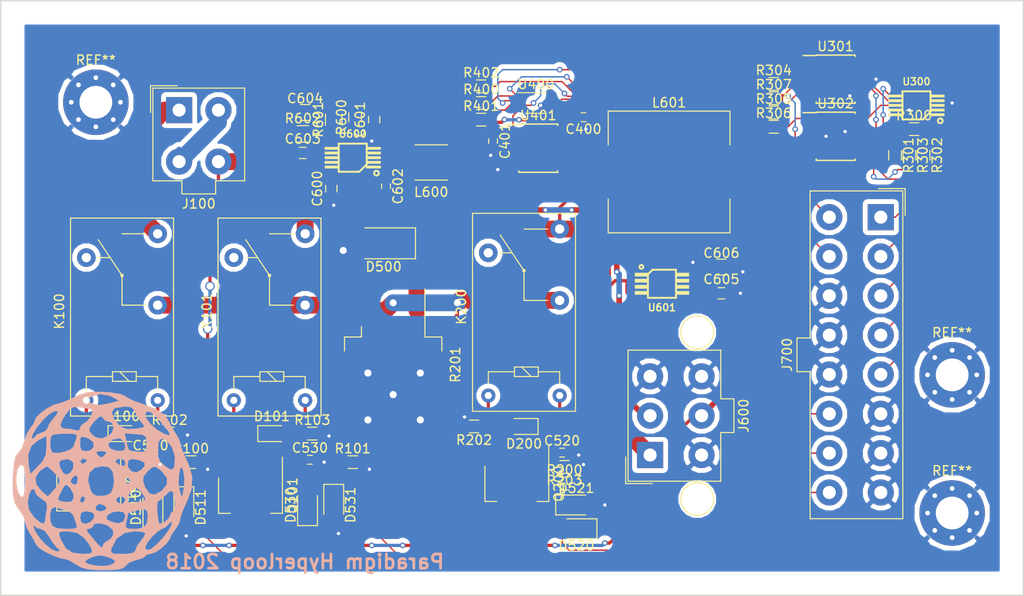
<source format=kicad_pcb>
(kicad_pcb (version 4) (host pcbnew 4.0.7)
  (layers (0 F.Cu signal) (31 B.Cu signal) (34 B.Paste user) (35 F.Paste user) (36 B.SilkS user hide) (37 F.SilkS user) (38 B.Mask user) (39 F.Mask user) (44 Edge.Cuts user))
  (net 0 "")
  (net 1 BBB_GND)
  (net 2 PRECHARGE_N)
  (net 3 V_BATT37)
  (net 4 "Net-(C601-Pad2)")
  (net 5 "Net-(C601-Pad1)")
  (net 6 "Net-(C602-Pad1)")
  (net 7 "Net-(C603-Pad2)")
  (net 8 3.3V_REG)
  (net 9 "Net-(D100-Pad1)")
  (net 10 "Net-(D100-Pad2)")
  (net 11 "Net-(D101-Pad1)")
  (net 12 "Net-(D101-Pad2)")
  (net 13 "Net-(D200-Pad1)")
  (net 14 "Net-(D200-Pad2)")
  (net 15 "Net-(J100-Pad1)")
  (net 16 "Net-(J100-Pad2)")
  (net 17 "Net-(J100-Pad4)")
  (net 18 5V_REG)
  (net 19 PACK_A_ON_N)
  (net 20 PACK_B_ON_N)
  (net 21 CV_SDA_BBB)
  (net 22 CV_SCL_BBB)
  (net 23 TEMP_DIN_BBB)
  (net 24 TEMP_SLAVE_ADDR1)
  (net 25 TEMP_SLAVE_ADDR0)
  (net 26 TEMP_SDA_BBB)
  (net 27 TEMP_SCL_BBB)
  (net 28 "Net-(L601-Pad1)")
  (net 29 V_BATT37_PC)
  (net 30 "Net-(R300-Pad1)")
  (net 31 "Net-(R301-Pad2)")
  (net 32 "Net-(R302-Pad2)")
  (net 33 "Net-(R303-Pad2)")
  (net 34 "Net-(R304-Pad2)")
  (net 35 "Net-(R305-Pad2)")
  (net 36 "Net-(R600-Pad1)")
  (net 37 "Net-(U302-Pad3)")
  (net 38 "Net-(U302-Pad4)")
  (net 39 "Net-(U302-Pad5)")
  (net 40 "Net-(U302-Pad6)")
  (net 41 "Net-(U401-Pad2)")
  (net 42 "Net-(U401-Pad3)")
  (net 43 "Net-(U401-Pad5)")
  (net 44 "Net-(U401-Pad6)")
  (net 45 "Net-(U401-Pad7)")
  (net 46 "Net-(U601-Pad3)")
  (net 47 "Net-(U601-Pad4)")
  (net 48 "Net-(U601-Pad7)")
  (net 49 "Net-(L600-Pad2)")
  (net 50 "Net-(U600-Pad7)")
  (net 51 "Net-(U600-Pad8)")
  (net 52 "Net-(C401-Pad1)")
  (module TO_SOT_Packages_SMD:TO-263-2 (layer F.Cu) (at 161.29 104.902 270)
    (fp_text reference R201 (at 0 -6.65 270) (layer F.SilkS))
    (fp_text value powerRes)
    (pad 1 smd rect (at -5.775 -2.54 270) (size 4.6 1.1) (layers F.Cu F.Paste F.Mask) (net 3 V_BATT37))
    (pad 3 smd rect (at -5.775 2.54 270) (size 4.6 1.1) (layers F.Cu F.Paste F.Mask) (net 29 V_BATT37_PC))
    (pad 2 smd rect (at 3.375 0 270) (size 9.4 10.8) (layers F.Cu F.Mask))
    (pad 2 smd rect (at 5.8 2.775 270) (size 4.55 5.25) (layers F.Cu F.Paste))
    (pad 2 smd rect (at 0.95 -2.775 270) (size 4.55 5.25) (layers F.Cu F.Paste))
    (pad 2 smd rect (at 5.8 -2.775 270) (size 4.55 5.25) (layers F.Cu F.Paste))
    (pad 2 smd rect (at 0.95 2.775 270) (size 4.55 5.25) (layers F.Cu F.Paste))
    (pad 2 thru_hole circle (at 0.9 2.7 270) (size 1.524 1.524) (drill 0.762) (layers *.Cu *.Mask))
    (pad 2 thru_hole circle (at 3.2 0 270) (size 1.524 1.524) (drill 0.762) (layers *.Cu *.Mask))
    (pad 2 thru_hole circle (at 0.9 -2.9 270) (size 1.524 1.524) (drill 0.762) (layers *.Cu *.Mask))
    (pad 2 thru_hole circle (at 5.9 -2.9 270) (size 1.524 1.524) (drill 0.762) (layers *.Cu *.Mask))
    (pad 2 thru_hole circle (at 5.9 2.7 270) (size 1.524 1.524) (drill 0.762) (layers *.Cu *.Mask))
  )
  (module Capacitors_SMD:C_0402 (layer F.Cu) (at 181.61 78.486 180)
    (fp_text reference C400 (at 0 -1.27 180) (layer F.SilkS))
    (fp_text value .1u)
    (pad 1 smd rect (at -0.55 0 180) (size 0.6 0.5) (layers F.Cu F.Paste F.Mask) (net 1 BBB_GND))
    (pad 2 smd rect (at 0.55 0 180) (size 0.6 0.5) (layers F.Cu F.Paste F.Mask) (net 18 5V_REG))
  )
  (module Capacitors_SMD:C_0402 (layer F.Cu) (at 171.958 81.026 270)
    (fp_text reference C401 (at 0 -1.27 270) (layer F.SilkS))
    (fp_text value 10n)
    (pad 1 smd rect (at -0.55 0 270) (size 0.6 0.5) (layers F.Cu F.Paste F.Mask) (net 52 "Net-(C401-Pad1)"))
    (pad 2 smd rect (at 0.55 0 270) (size 0.6 0.5) (layers F.Cu F.Paste F.Mask) (net 1 BBB_GND))
  )
  (module Capacitors_SMD:C_0402 (layer F.Cu) (at 135.382 114.808)
    (fp_text reference C510 (at 0 -1.27) (layer F.SilkS))
    (fp_text value 10nF)
    (pad 1 smd rect (at -0.55 0) (size 0.6 0.5) (layers F.Cu F.Paste F.Mask) (net 19 PACK_A_ON_N))
    (pad 2 smd rect (at 0.55 0) (size 0.6 0.5) (layers F.Cu F.Paste F.Mask) (net 1 BBB_GND))
  )
  (module Capacitors_SMD:C_0402 (layer F.Cu) (at 179.324 114.3)
    (fp_text reference C520 (at 0 -1.27) (layer F.SilkS))
    (fp_text value 10nF)
    (pad 1 smd rect (at -0.55 0) (size 0.6 0.5) (layers F.Cu F.Paste F.Mask) (net 2 PRECHARGE_N))
    (pad 2 smd rect (at 0.55 0) (size 0.6 0.5) (layers F.Cu F.Paste F.Mask) (net 1 BBB_GND))
  )
  (module Capacitors_SMD:C_0402 (layer F.Cu) (at 152.4 115.062)
    (fp_text reference C530 (at 0 -1.27) (layer F.SilkS))
    (fp_text value 10nF)
    (pad 1 smd rect (at -0.55 0) (size 0.6 0.5) (layers F.Cu F.Paste F.Mask) (net 20 PACK_B_ON_N))
    (pad 2 smd rect (at 0.55 0) (size 0.6 0.5) (layers F.Cu F.Paste F.Mask) (net 1 BBB_GND))
  )
  (module Capacitors_SMD:C_0603 (layer F.Cu) (at 154.686 86.106 90)
    (fp_text reference C600 (at 0 -1.5 90) (layer F.SilkS))
    (fp_text value 4.7uF)
    (pad 2 smd rect (at 0.75 0 90) (size 0.8 0.75) (layers F.Cu F.Paste F.Mask) (net 3 V_BATT37))
    (pad 1 smd rect (at -0.75 0 90) (size 0.8 0.75) (layers F.Cu F.Paste F.Mask) (net 1 BBB_GND))
  )
  (module Capacitors_SMD:C_0603 (layer F.Cu) (at 159.258 78.74 90)
    (fp_text reference C601 (at 0 -1.5 90) (layer F.SilkS))
    (fp_text value 1uF)
    (pad 2 smd rect (at 0.75 0 90) (size 0.8 0.75) (layers F.Cu F.Paste F.Mask) (net 4 "Net-(C601-Pad2)"))
    (pad 1 smd rect (at -0.75 0 90) (size 0.8 0.75) (layers F.Cu F.Paste F.Mask) (net 5 "Net-(C601-Pad1)"))
  )
  (module Capacitors_SMD:C_0402 (layer F.Cu) (at 160.528 85.852 270)
    (fp_text reference C602 (at 0 -1.27 270) (layer F.SilkS))
    (fp_text value .1uF)
    (pad 1 smd rect (at -0.55 0 270) (size 0.6 0.5) (layers F.Cu F.Paste F.Mask) (net 6 "Net-(C602-Pad1)"))
    (pad 2 smd rect (at 0.55 0 270) (size 0.6 0.5) (layers F.Cu F.Paste F.Mask) (net 18 5V_REG))
  )
  (module Capacitors_SMD:C_0603 (layer F.Cu) (at 151.638 82.296)
    (fp_text reference C603 (at 0 -1.5) (layer F.SilkS))
    (fp_text value 10pF)
    (pad 2 smd rect (at 0.75 0) (size 0.8 0.75) (layers F.Cu F.Paste F.Mask) (net 7 "Net-(C603-Pad2)"))
    (pad 1 smd rect (at -0.75 0) (size 0.8 0.75) (layers F.Cu F.Paste F.Mask) (net 18 5V_REG))
  )
  (module Capacitors_SMD:C_0805 (layer F.Cu) (at 151.892 77.978)
    (fp_text reference C604 (at 0 -1.5) (layer F.SilkS))
    (fp_text value 22uF)
    (pad 1 smd rect (at -1 0) (size 1 1.25) (layers F.Cu F.Paste F.Mask) (net 18 5V_REG))
    (pad 2 smd rect (at 1 0) (size 1 1.25) (layers F.Cu F.Paste F.Mask) (net 4 "Net-(C601-Pad2)"))
  )
  (module Capacitors_SMD:C_0603 (layer F.Cu) (at 196.342 97.282)
    (fp_text reference C605 (at 0 -1.5) (layer F.SilkS))
    (fp_text value 1uF)
    (pad 2 smd rect (at 0.75 0) (size 0.8 0.75) (layers F.Cu F.Paste F.Mask) (net 1 BBB_GND))
    (pad 1 smd rect (at -0.75 0) (size 0.8 0.75) (layers F.Cu F.Paste F.Mask) (net 3 V_BATT37))
  )
  (module Capacitors_SMD:C_0805 (layer F.Cu) (at 196.342 94.488)
    (fp_text reference C606 (at 0 -1.5) (layer F.SilkS))
    (fp_text value 10uF)
    (pad 1 smd rect (at -1 0) (size 1 1.25) (layers F.Cu F.Paste F.Mask) (net 8 3.3V_REG))
    (pad 2 smd rect (at 1 0) (size 1 1.25) (layers F.Cu F.Paste F.Mask) (net 1 BBB_GND))
  )
  (module Diodes_SMD:D_SOD-323F (layer F.Cu) (at 132.334 112.268)
    (fp_text reference D100 (at 0 -1.85) (layer F.SilkS))
    (fp_text value D)
    (pad 1 smd rect (at -1.1 0) (size 0.5 0.5) (layers F.Cu F.Paste F.Mask) (net 9 "Net-(D100-Pad1)"))
    (pad 2 smd rect (at 1.1 0) (size 0.5 0.5) (layers F.Cu F.Paste F.Mask) (net 10 "Net-(D100-Pad2)"))
  )
  (module Diodes_SMD:D_SOD-323F (layer F.Cu) (at 148.336 112.268)
    (fp_text reference D101 (at 0 -1.85) (layer F.SilkS))
    (fp_text value D)
    (pad 1 smd rect (at -1.1 0) (size 0.5 0.5) (layers F.Cu F.Paste F.Mask) (net 11 "Net-(D101-Pad1)"))
    (pad 2 smd rect (at 1.1 0) (size 0.5 0.5) (layers F.Cu F.Paste F.Mask) (net 12 "Net-(D101-Pad2)"))
  )
  (module Diodes_SMD:D_SOD-323F (layer F.Cu) (at 175.26 111.506 180)
    (fp_text reference D200 (at 0 -1.85 180) (layer F.SilkS))
    (fp_text value D)
    (pad 1 smd rect (at -1.1 0 180) (size 0.5 0.5) (layers F.Cu F.Paste F.Mask) (net 13 "Net-(D200-Pad1)"))
    (pad 2 smd rect (at 1.1 0 180) (size 0.5 0.5) (layers F.Cu F.Paste F.Mask) (net 14 "Net-(D200-Pad2)"))
  )
  (module Diodes_SMD:D_SMA (layer F.Cu) (at 160.274 91.948 180)
    (fp_text reference D500 (at 0 -2.5 180) (layer F.SilkS))
    (fp_text value SMAJ36CA)
    (pad 1 smd rect (at -2 0 180) (size 2.5 1.8) (layers F.Cu F.Paste F.Mask) (net 3 V_BATT37))
    (pad 2 smd rect (at 2 0 180) (size 2.5 1.8) (layers F.Cu F.Paste F.Mask) (net 1 BBB_GND))
  )
  (module Diodes_SMD:D_1206 (layer F.Cu) (at 135.636 120.142 90)
    (fp_text reference D510 (at 0 -1.8 90) (layer F.SilkS))
    (fp_text value DZ2W03600L)
    (pad 1 smd rect (at -1.5 0 90) (size 1 1.6) (layers F.Cu F.Paste F.Mask) (net 8 3.3V_REG))
    (pad 2 smd rect (at 1.5 0 90) (size 1 1.6) (layers F.Cu F.Paste F.Mask) (net 19 PACK_A_ON_N))
  )
  (module Diodes_SMD:D_1206 (layer F.Cu) (at 138.938 120.142 270)
    (fp_text reference D511 (at 0 -1.8 270) (layer F.SilkS))
    (fp_text value DZ2W03600L)
    (pad 1 smd rect (at -1.5 0 270) (size 1 1.6) (layers F.Cu F.Paste F.Mask) (net 19 PACK_A_ON_N))
    (pad 2 smd rect (at 1.5 0 270) (size 1 1.6) (layers F.Cu F.Paste F.Mask) (net 1 BBB_GND))
  )
  (module Diodes_SMD:D_1206 (layer F.Cu) (at 180.848 122.428 180)
    (fp_text reference D520 (at 0 -1.8 180) (layer F.SilkS))
    (fp_text value DZ2W03600L)
    (pad 1 smd rect (at -1.5 0 180) (size 1 1.6) (layers F.Cu F.Paste F.Mask) (net 8 3.3V_REG))
    (pad 2 smd rect (at 1.5 0 180) (size 1 1.6) (layers F.Cu F.Paste F.Mask) (net 2 PRECHARGE_N))
  )
  (module Diodes_SMD:D_1206 (layer F.Cu) (at 180.848 119.888)
    (fp_text reference D521 (at 0 -1.8) (layer F.SilkS))
    (fp_text value DZ2W03600L)
    (pad 1 smd rect (at -1.5 0) (size 1 1.6) (layers F.Cu F.Paste F.Mask) (net 2 PRECHARGE_N))
    (pad 2 smd rect (at 1.5 0) (size 1 1.6) (layers F.Cu F.Paste F.Mask) (net 1 BBB_GND))
  )
  (module Diodes_SMD:D_1206 (layer F.Cu) (at 152.146 119.888 90)
    (fp_text reference D530 (at 0 -1.8 90) (layer F.SilkS))
    (fp_text value DZ2W03600L)
    (pad 1 smd rect (at -1.5 0 90) (size 1 1.6) (layers F.Cu F.Paste F.Mask) (net 8 3.3V_REG))
    (pad 2 smd rect (at 1.5 0 90) (size 1 1.6) (layers F.Cu F.Paste F.Mask) (net 20 PACK_B_ON_N))
  )
  (module Diodes_SMD:D_1206 (layer F.Cu) (at 154.94 119.888 270)
    (fp_text reference D531 (at 0 -1.8 270) (layer F.SilkS))
    (fp_text value DZ2W03600L)
    (pad 1 smd rect (at -1.5 0 270) (size 1 1.6) (layers F.Cu F.Paste F.Mask) (net 20 PACK_B_ON_N))
    (pad 2 smd rect (at 1.5 0 270) (size 1 1.6) (layers F.Cu F.Paste F.Mask) (net 1 BBB_GND))
  )
  (module Connectors_Molex:Molex_MiniFit-JR-5556-04A_2x02x4.20mm_Straight (layer F.Cu) (at 138.43 77.724)
    (fp_text reference J100 (at 2.1 10) (layer F.SilkS))
    (fp_text value Conn_02x02_Counter_Clockwise)
    (pad 1 thru_hole rect (at 0 0) (size 2.8 2.8) (drill 1.4) (layers *.Cu *.Mask) (net 15 "Net-(J100-Pad1)"))
    (pad 2 thru_hole circle (at 4.2 0) (size 2.8 2.8) (drill 1.4) (layers *.Cu *.Mask) (net 16 "Net-(J100-Pad2)"))
    (pad 3 thru_hole circle (at 0 5.5) (size 2.8 2.8) (drill 1.4) (layers *.Cu *.Mask) (net 16 "Net-(J100-Pad2)"))
    (pad 4 thru_hole circle (at 4.2 5.5) (size 2.8 2.8) (drill 1.4) (layers *.Cu *.Mask) (net 17 "Net-(J100-Pad4)"))
  )
  (module Connectors_Molex:Molex_MiniFit-JR-5556-06B_2x03x4.20mm_Straight (layer F.Cu) (at 188.722 114.554 90)
    (fp_text reference J600 (at 4.2 10 90) (layer F.SilkS))
    (fp_text value Conn_02x03_Counter_Clockwise)
    (pad 1 thru_hole rect (at 0 0 90) (size 2.8 2.8) (drill 1.4) (layers *.Cu *.Mask) (net 3 V_BATT37))
    (pad 2 thru_hole circle (at 4.2 0 90) (size 2.8 2.8) (drill 1.4) (layers *.Cu *.Mask) (net 18 5V_REG))
    (pad 3 thru_hole circle (at 8.4 0 90) (size 2.8 2.8) (drill 1.4) (layers *.Cu *.Mask) (net 1 BBB_GND))
    (pad 4 thru_hole circle (at 0 5.5 90) (size 2.8 2.8) (drill 1.4) (layers *.Cu *.Mask) (net 1 BBB_GND))
    (pad 5 thru_hole circle (at 4.2 5.5 90) (size 2.8 2.8) (drill 1.4) (layers *.Cu *.Mask) (net 8 3.3V_REG))
    (pad 6 thru_hole circle (at 8.4 5.5 90) (size 2.8 2.8) (drill 1.4) (layers *.Cu *.Mask) (net 1 BBB_GND))
    (pad "" np_thru_hole circle (at -4.7 5.04 90) (size 3 3) (drill 3) (layers *.Cu *.Mask))
    (pad "" np_thru_hole circle (at 13.1 5.04 90) (size 3 3) (drill 3) (layers *.Cu *.Mask))
  )
  (module Connectors_Molex:Molex_MiniFit-JR-5556-16A_2x08x4.20mm_Straight (layer F.Cu) (at 213.36 89.154 270)
    (fp_text reference J700 (at 14.7 10 270) (layer F.SilkS))
    (fp_text value MOLEX-MINIFIT-JR-5556)
    (pad 1 thru_hole rect (at 0 0 270) (size 2.8 2.8) (drill 1.4) (layers *.Cu *.Mask) (net 24 TEMP_SLAVE_ADDR1))
    (pad 2 thru_hole circle (at 4.2 0 270) (size 2.8 2.8) (drill 1.4) (layers *.Cu *.Mask) (net 25 TEMP_SLAVE_ADDR0))
    (pad 3 thru_hole circle (at 8.4 0 270) (size 2.8 2.8) (drill 1.4) (layers *.Cu *.Mask) (net 26 TEMP_SDA_BBB))
    (pad 4 thru_hole circle (at 12.6 0 270) (size 2.8 2.8) (drill 1.4) (layers *.Cu *.Mask) (net 27 TEMP_SCL_BBB))
    (pad 5 thru_hole circle (at 16.8 0 270) (size 2.8 2.8) (drill 1.4) (layers *.Cu *.Mask) (net 23 TEMP_DIN_BBB))
    (pad 6 thru_hole circle (at 21 0 270) (size 2.8 2.8) (drill 1.4) (layers *.Cu *.Mask) (net 1 BBB_GND))
    (pad 7 thru_hole circle (at 25.2 0 270) (size 2.8 2.8) (drill 1.4) (layers *.Cu *.Mask) (net 1 BBB_GND))
    (pad 8 thru_hole circle (at 29.4 0 270) (size 2.8 2.8) (drill 1.4) (layers *.Cu *.Mask) (net 1 BBB_GND))
    (pad 9 thru_hole circle (at 0 5.5 270) (size 2.8 2.8) (drill 1.4) (layers *.Cu *.Mask) (net 22 CV_SCL_BBB))
    (pad 10 thru_hole circle (at 4.2 5.5 270) (size 2.8 2.8) (drill 1.4) (layers *.Cu *.Mask) (net 21 CV_SDA_BBB))
    (pad 11 thru_hole circle (at 8.4 5.5 270) (size 2.8 2.8) (drill 1.4) (layers *.Cu *.Mask) (net 1 BBB_GND))
    (pad 12 thru_hole circle (at 12.6 5.5 270) (size 2.8 2.8) (drill 1.4) (layers *.Cu *.Mask) (net 1 BBB_GND))
    (pad 13 thru_hole circle (at 16.8 5.5 270) (size 2.8 2.8) (drill 1.4) (layers *.Cu *.Mask) (net 1 BBB_GND))
    (pad 14 thru_hole circle (at 21 5.5 270) (size 2.8 2.8) (drill 1.4) (layers *.Cu *.Mask) (net 2 PRECHARGE_N))
    (pad 15 thru_hole circle (at 25.2 5.5 270) (size 2.8 2.8) (drill 1.4) (layers *.Cu *.Mask) (net 20 PACK_B_ON_N))
    (pad 16 thru_hole circle (at 29.4 5.5 270) (size 2.8 2.8) (drill 1.4) (layers *.Cu *.Mask) (net 19 PACK_A_ON_N))
  )
  (module Relays_THT:Relay_SPDT_OMRON-G5Q (layer F.Cu) (at 136.144 108.712 90)
    (fp_text reference K100 (at 9.5 -10.5 270) (layer F.SilkS))
    (fp_text value "G5LE-14 DC3")
    (pad 1 thru_hole circle (at 0 0 270) (size 1.52 1.52) (drill 0.76) (layers *.Cu *.Mask) (net 10 "Net-(D100-Pad2)"))
    (pad 2 thru_hole circle (at 10.16 0 270) (size 2 2) (drill 1) (layers *.Cu *.Mask) (net 29 V_BATT37_PC))
    (pad 3 thru_hole circle (at 17.78 0 270) (size 2 2) (drill 1) (layers *.Cu *.Mask) (net 15 "Net-(J100-Pad1)"))
    (pad 4 thru_hole circle (at 15.24 -7.62 270) (size 2 2) (drill 1) (layers *.Cu *.Mask))
    (pad 5 thru_hole circle (at 0 -7.62 270) (size 1.52 1.52) (drill 0.76) (layers *.Cu *.Mask) (net 9 "Net-(D100-Pad1)"))
  )
  (module Relays_THT:Relay_SPDT_OMRON-G5Q (layer F.Cu) (at 151.892 108.712 90)
    (fp_text reference K101 (at 9.5 -10.5 270) (layer F.SilkS))
    (fp_text value "G5LE-14 DC3")
    (pad 1 thru_hole circle (at 0 0 270) (size 1.52 1.52) (drill 0.76) (layers *.Cu *.Mask) (net 12 "Net-(D101-Pad2)"))
    (pad 2 thru_hole circle (at 10.16 0 270) (size 2 2) (drill 1) (layers *.Cu *.Mask) (net 29 V_BATT37_PC))
    (pad 3 thru_hole circle (at 17.78 0 270) (size 2 2) (drill 1) (layers *.Cu *.Mask) (net 17 "Net-(J100-Pad4)"))
    (pad 4 thru_hole circle (at 15.24 -7.62 270) (size 2 2) (drill 1) (layers *.Cu *.Mask))
    (pad 5 thru_hole circle (at 0 -7.62 270) (size 1.52 1.52) (drill 0.76) (layers *.Cu *.Mask) (net 11 "Net-(D101-Pad1)"))
  )
  (module Relays_THT:Relay_SPDT_OMRON-G5Q (layer F.Cu) (at 179.07 108.204 90)
    (fp_text reference K200 (at 9.5 -10.5 270) (layer F.SilkS))
    (fp_text value "G5LE-14 DC3")
    (pad 1 thru_hole circle (at 0 0 270) (size 1.52 1.52) (drill 0.76) (layers *.Cu *.Mask) (net 13 "Net-(D200-Pad1)"))
    (pad 2 thru_hole circle (at 10.16 0 270) (size 2 2) (drill 1) (layers *.Cu *.Mask) (net 29 V_BATT37_PC))
    (pad 3 thru_hole circle (at 17.78 0 270) (size 2 2) (drill 1) (layers *.Cu *.Mask) (net 3 V_BATT37))
    (pad 4 thru_hole circle (at 15.24 -7.62 270) (size 2 2) (drill 1) (layers *.Cu *.Mask))
    (pad 5 thru_hole circle (at 0 -7.62 270) (size 1.52 1.52) (drill 0.76) (layers *.Cu *.Mask) (net 14 "Net-(D200-Pad2)"))
  )
  (module Inductors_SMD:L_1812 (layer F.Cu) (at 165.354 83.312 180)
    (fp_text reference L600 (at 0 -3.17 180) (layer F.SilkS))
    (fp_text value 2.2uH)
    (pad 1 smd rect (at -2.44 0 180) (size 1.6 3.5) (layers F.Cu F.Paste F.Mask) (net 18 5V_REG))
    (pad 2 smd rect (at 2.44 0 180) (size 1.6 3.5) (layers F.Cu F.Paste F.Mask) (net 49 "Net-(L600-Pad2)"))
  )
  (module Inductors_SMD:L_Wuerth_HCI-1350 (layer F.Cu) (at 190.754 84.328)
    (fp_text reference L601 (at 0 -7.4) (layer F.SilkS))
    (fp_text value 150uH)
    (pad 1 smd rect (at -5.25 0) (size 4.5 5) (layers F.Cu F.Paste F.Mask) (net 28 "Net-(L601-Pad1)"))
    (pad 2 smd rect (at 5.25 0) (size 4.5 5) (layers F.Cu F.Paste F.Mask) (net 8 3.3V_REG))
  )
  (module TO_SOT_Packages_SMD:SOT-223 (layer F.Cu) (at 128.778 118.618 270)
    (fp_text reference Q100 (at 0 -4.5 270) (layer F.SilkS))
    (fp_text value ZVP4525G)
    (pad 4 smd rect (at 3.15 0 270) (size 2 3.8) (layers F.Cu F.Paste F.Mask))
    (pad 2 smd rect (at -3.15 0 270) (size 2 1.5) (layers F.Cu F.Paste F.Mask) (net 9 "Net-(D100-Pad1)"))
    (pad 3 smd rect (at -3.15 2.3 270) (size 2 1.5) (layers F.Cu F.Paste F.Mask) (net 15 "Net-(J100-Pad1)"))
    (pad 1 smd rect (at -3.15 -2.3 270) (size 2 1.5) (layers F.Cu F.Paste F.Mask) (net 19 PACK_A_ON_N))
  )
  (module TO_SOT_Packages_SMD:SOT-223 (layer F.Cu) (at 146.05 118.872 270)
    (fp_text reference Q101 (at 0 -4.5 270) (layer F.SilkS))
    (fp_text value ZVP4525G)
    (pad 4 smd rect (at 3.15 0 270) (size 2 3.8) (layers F.Cu F.Paste F.Mask))
    (pad 2 smd rect (at -3.15 0 270) (size 2 1.5) (layers F.Cu F.Paste F.Mask) (net 11 "Net-(D101-Pad1)"))
    (pad 3 smd rect (at -3.15 2.3 270) (size 2 1.5) (layers F.Cu F.Paste F.Mask) (net 17 "Net-(J100-Pad4)"))
    (pad 1 smd rect (at -3.15 -2.3 270) (size 2 1.5) (layers F.Cu F.Paste F.Mask) (net 20 PACK_B_ON_N))
  )
  (module TO_SOT_Packages_SMD:SOT-223 (layer F.Cu) (at 174.498 117.602 270)
    (fp_text reference Q200 (at 0 -4.5 270) (layer F.SilkS))
    (fp_text value ZVP4525G)
    (pad 4 smd rect (at 3.15 0 270) (size 2 3.8) (layers F.Cu F.Paste F.Mask))
    (pad 2 smd rect (at -3.15 0 270) (size 2 1.5) (layers F.Cu F.Paste F.Mask) (net 13 "Net-(D200-Pad1)"))
    (pad 3 smd rect (at -3.15 2.3 270) (size 2 1.5) (layers F.Cu F.Paste F.Mask) (net 29 V_BATT37_PC))
    (pad 1 smd rect (at -3.15 -2.3 270) (size 2 1.5) (layers F.Cu F.Paste F.Mask) (net 2 PRECHARGE_N))
  )
  (module Resistors_SMD:R_0603 (layer F.Cu) (at 139.7 115.316)
    (fp_text reference R100 (at 0 -1.45) (layer F.SilkS))
    (fp_text value 1k)
    (pad 1 smd rect (at -0.75 0) (size 0.5 0.9) (layers F.Cu F.Paste F.Mask) (net 19 PACK_A_ON_N))
    (pad 2 smd rect (at 0.75 0) (size 0.5 0.9) (layers F.Cu F.Paste F.Mask) (net 1 BBB_GND))
  )
  (module Resistors_SMD:R_0603 (layer F.Cu) (at 156.972 115.316)
    (fp_text reference R101 (at 0 -1.45) (layer F.SilkS))
    (fp_text value 1k)
    (pad 1 smd rect (at -0.75 0) (size 0.5 0.9) (layers F.Cu F.Paste F.Mask) (net 20 PACK_B_ON_N))
    (pad 2 smd rect (at 0.75 0) (size 0.5 0.9) (layers F.Cu F.Paste F.Mask) (net 1 BBB_GND))
  )
  (module Resistors_SMD:R_0603 (layer F.Cu) (at 137.414 112.268)
    (fp_text reference R102 (at 0 -1.45) (layer F.SilkS))
    (fp_text value 1k)
    (pad 1 smd rect (at -0.75 0) (size 0.5 0.9) (layers F.Cu F.Paste F.Mask) (net 10 "Net-(D100-Pad2)"))
    (pad 2 smd rect (at 0.75 0) (size 0.5 0.9) (layers F.Cu F.Paste F.Mask) (net 1 BBB_GND))
  )
  (module Resistors_SMD:R_0603 (layer F.Cu) (at 152.654 112.268)
    (fp_text reference R103 (at 0 -1.45) (layer F.SilkS))
    (fp_text value 1k)
    (pad 1 smd rect (at -0.75 0) (size 0.5 0.9) (layers F.Cu F.Paste F.Mask) (net 12 "Net-(D101-Pad2)"))
    (pad 2 smd rect (at 0.75 0) (size 0.5 0.9) (layers F.Cu F.Paste F.Mask) (net 1 BBB_GND))
  )
  (module Resistors_SMD:R_0603 (layer F.Cu) (at 179.578 117.602)
    (fp_text reference R200 (at 0 -1.45) (layer F.SilkS))
    (fp_text value 1k)
    (pad 1 smd rect (at -0.75 0) (size 0.5 0.9) (layers F.Cu F.Paste F.Mask) (net 2 PRECHARGE_N))
    (pad 2 smd rect (at 0.75 0) (size 0.5 0.9) (layers F.Cu F.Paste F.Mask) (net 8 3.3V_REG))
  )
  (module Resistors_SMD:R_0603 (layer F.Cu) (at 169.926 111.506 180)
    (fp_text reference R202 (at 0 -1.45 180) (layer F.SilkS))
    (fp_text value 1k)
    (pad 1 smd rect (at -0.75 0 180) (size 0.5 0.9) (layers F.Cu F.Paste F.Mask) (net 14 "Net-(D200-Pad2)"))
    (pad 2 smd rect (at 0.75 0 180) (size 0.5 0.9) (layers F.Cu F.Paste F.Mask) (net 1 BBB_GND))
  )
  (module Resistors_SMD:R_0603 (layer F.Cu) (at 179.578 115.824 180)
    (fp_text reference R203 (at 0 -1.45 180) (layer F.SilkS))
    (fp_text value 1k)
    (pad 1 smd rect (at -0.75 0 180) (size 0.5 0.9) (layers F.Cu F.Paste F.Mask) (net 1 BBB_GND))
    (pad 2 smd rect (at 0.75 0 180) (size 0.5 0.9) (layers F.Cu F.Paste F.Mask) (net 2 PRECHARGE_N))
  )
  (module Resistors_SMD:R_0603 (layer F.Cu) (at 216.916 79.756)
    (fp_text reference R300 (at 0 -1.45) (layer F.SilkS))
    (fp_text value 0.02)
    (pad 1 smd rect (at -0.75 0) (size 0.5 0.9) (layers F.Cu F.Paste F.Mask) (net 30 "Net-(R300-Pad1)"))
    (pad 2 smd rect (at 0.75 0) (size 0.5 0.9) (layers F.Cu F.Paste F.Mask) (net 3 V_BATT37))
  )
  (module Resistors_SMD:R_0603 (layer F.Cu) (at 214.884 82.55 270)
    (fp_text reference R301 (at 0 -1.45 270) (layer F.SilkS))
    (fp_text value 18.2k)
    (pad 1 smd rect (at -0.75 0 270) (size 0.5 0.9) (layers F.Cu F.Paste F.Mask) (net 30 "Net-(R300-Pad1)"))
    (pad 2 smd rect (at 0.75 0 270) (size 0.5 0.9) (layers F.Cu F.Paste F.Mask) (net 31 "Net-(R301-Pad2)"))
  )
  (module Resistors_SMD:R_0603 (layer F.Cu) (at 217.932 82.55 270)
    (fp_text reference R302 (at 0 -1.45 270) (layer F.SilkS))
    (fp_text value 18.2k)
    (pad 1 smd rect (at -0.75 0 270) (size 0.5 0.9) (layers F.Cu F.Paste F.Mask) (net 30 "Net-(R300-Pad1)"))
    (pad 2 smd rect (at 0.75 0 270) (size 0.5 0.9) (layers F.Cu F.Paste F.Mask) (net 32 "Net-(R302-Pad2)"))
  )
  (module Resistors_SMD:R_0603 (layer F.Cu) (at 216.408 82.55 270)
    (fp_text reference R303 (at 0 -1.45 270) (layer F.SilkS))
    (fp_text value 18.2k)
    (pad 1 smd rect (at -0.75 0 270) (size 0.5 0.9) (layers F.Cu F.Paste F.Mask) (net 30 "Net-(R300-Pad1)"))
    (pad 2 smd rect (at 0.75 0 270) (size 0.5 0.9) (layers F.Cu F.Paste F.Mask) (net 33 "Net-(R303-Pad2)"))
  )
  (module Resistors_SMD:R_0603 (layer F.Cu) (at 201.93 74.93)
    (fp_text reference R304 (at 0 -1.45) (layer F.SilkS))
    (fp_text value 0.51k)
    (pad 1 smd rect (at -0.75 0) (size 0.5 0.9) (layers F.Cu F.Paste F.Mask) (net 8 3.3V_REG))
    (pad 2 smd rect (at 0.75 0) (size 0.5 0.9) (layers F.Cu F.Paste F.Mask) (net 34 "Net-(R304-Pad2)"))
  )
  (module Resistors_SMD:R_0603 (layer F.Cu) (at 201.93 77.978)
    (fp_text reference R305 (at 0 -1.45) (layer F.SilkS))
    (fp_text value 0.51k)
    (pad 1 smd rect (at -0.75 0) (size 0.5 0.9) (layers F.Cu F.Paste F.Mask) (net 8 3.3V_REG))
    (pad 2 smd rect (at 0.75 0) (size 0.5 0.9) (layers F.Cu F.Paste F.Mask) (net 35 "Net-(R305-Pad2)"))
  )
  (module Resistors_SMD:R_0603 (layer F.Cu) (at 201.93 79.502)
    (fp_text reference R306 (at 0 -1.45) (layer F.SilkS))
    (fp_text value 10k)
    (pad 1 smd rect (at -0.75 0) (size 0.5 0.9) (layers F.Cu F.Paste F.Mask) (net 8 3.3V_REG))
    (pad 2 smd rect (at 0.75 0) (size 0.5 0.9) (layers F.Cu F.Paste F.Mask) (net 21 CV_SDA_BBB))
  )
  (module Resistors_SMD:R_0603 (layer F.Cu) (at 201.93 76.454)
    (fp_text reference R307 (at 0 -1.45) (layer F.SilkS))
    (fp_text value 10k)
    (pad 1 smd rect (at -0.75 0) (size 0.5 0.9) (layers F.Cu F.Paste F.Mask) (net 8 3.3V_REG))
    (pad 2 smd rect (at 0.75 0) (size 0.5 0.9) (layers F.Cu F.Paste F.Mask) (net 22 CV_SCL_BBB))
  )
  (module Resistors_SMD:R_0603 (layer F.Cu) (at 170.688 76.962)
    (fp_text reference R400 (at 0 -1.45) (layer F.SilkS))
    (fp_text value 1k)
    (pad 1 smd rect (at -0.75 0) (size 0.5 0.9) (layers F.Cu F.Paste F.Mask) (net 18 5V_REG))
    (pad 2 smd rect (at 0.75 0) (size 0.5 0.9) (layers F.Cu F.Paste F.Mask) (net 27 TEMP_SCL_BBB))
  )
  (module Resistors_SMD:R_0603 (layer F.Cu) (at 170.688 78.74)
    (fp_text reference R401 (at 0 -1.45) (layer F.SilkS))
    (fp_text value 1k)
    (pad 1 smd rect (at -0.75 0) (size 0.5 0.9) (layers F.Cu F.Paste F.Mask) (net 18 5V_REG))
    (pad 2 smd rect (at 0.75 0) (size 0.5 0.9) (layers F.Cu F.Paste F.Mask) (net 23 TEMP_DIN_BBB))
  )
  (module Resistors_SMD:R_0603 (layer F.Cu) (at 170.688 75.184)
    (fp_text reference R402 (at 0 -1.45) (layer F.SilkS))
    (fp_text value 1k)
    (pad 1 smd rect (at -0.75 0) (size 0.5 0.9) (layers F.Cu F.Paste F.Mask) (net 18 5V_REG))
    (pad 2 smd rect (at 0.75 0) (size 0.5 0.9) (layers F.Cu F.Paste F.Mask) (net 26 TEMP_SDA_BBB))
  )
  (module Resistors_SMD:R_0603 (layer F.Cu) (at 157.226 78.486 90)
    (fp_text reference R600 (at 0 -1.45 90) (layer F.SilkS))
    (fp_text value 18.2k)
    (pad 1 smd rect (at -0.75 0 90) (size 0.5 0.9) (layers F.Cu F.Paste F.Mask) (net 36 "Net-(R600-Pad1)"))
    (pad 2 smd rect (at 0.75 0 90) (size 0.5 0.9) (layers F.Cu F.Paste F.Mask) (net 4 "Net-(C601-Pad2)"))
  )
  (module Resistors_SMD:R_0805 (layer F.Cu) (at 154.94 78.74 90)
    (fp_text reference R601 (at 0 -1.65 90) (layer F.SilkS))
    (fp_text value 187K)
    (pad 1 smd rect (at -0.95 0 90) (size 0.7 1.3) (layers F.Cu F.Paste F.Mask) (net 7 "Net-(C603-Pad2)"))
    (pad 2 smd rect (at 0.95 0 90) (size 0.7 1.3) (layers F.Cu F.Paste F.Mask) (net 4 "Net-(C601-Pad2)"))
  )
  (module Resistors_SMD:R_0805 (layer F.Cu) (at 151.638 80.264)
    (fp_text reference R602 (at 0 -1.65) (layer F.SilkS))
    (fp_text value 1M)
    (pad 1 smd rect (at -0.95 0) (size 0.7 1.3) (layers F.Cu F.Paste F.Mask) (net 18 5V_REG))
    (pad 2 smd rect (at 0.95 0) (size 0.7 1.3) (layers F.Cu F.Paste F.Mask) (net 7 "Net-(C603-Pad2)"))
  )
  (module footprints:MSOP10 (layer F.Cu) (at 217.17 77.216 180)
    (fp_text reference U300 (at 0 2.54 180) (layer F.SilkS) (effects (font (size 0.762 0.762) (thickness 0.1524))))
    (fp_text value LTC4151IMS-1 hide)
    (pad 1 smd rect (at -2.2 -1 180) (size 1.6 0.3) (layers F.Cu F.Paste F.SilkS F.Mask) (net 3 V_BATT37))
    (pad 2 smd rect (at -2.2 -0.5 180) (size 1.6 0.3) (layers F.Cu F.Paste F.SilkS F.Mask) (net 3 V_BATT37))
    (pad 3 smd rect (at -2.2 0 180) (size 1.6 0.3) (layers F.Cu F.Paste F.SilkS F.Mask) (net 3 V_BATT37))
    (pad 4 smd rect (at -2.2 0.5 180) (size 1.6 0.3) (layers F.Cu F.Paste F.SilkS F.Mask) (net 1 BBB_GND))
    (pad 5 smd rect (at -2.2 1 180) (size 1.6 0.3) (layers F.Cu F.Paste F.SilkS F.Mask) (net 3 V_BATT37))
    (pad 6 smd rect (at 2.2 1 180) (size 1.6 0.3) (layers F.Cu F.Paste F.SilkS F.Mask) (net 31 "Net-(R301-Pad2)"))
    (pad 7 smd rect (at 2.2 0.5 180) (size 1.6 0.3) (layers F.Cu F.Paste F.SilkS F.Mask) (net 32 "Net-(R302-Pad2)"))
    (pad 8 smd rect (at 2.2 0 180) (size 1.6 0.3) (layers F.Cu F.Paste F.SilkS F.Mask) (net 33 "Net-(R303-Pad2)"))
    (pad 9 smd rect (at 2.2 -0.5 180) (size 1.6 0.3) (layers F.Cu F.Paste F.SilkS F.Mask) (net 1 BBB_GND))
    (pad 10 smd rect (at 2.2 -1 180) (size 1.6 0.3) (layers F.Cu F.Paste F.SilkS F.Mask) (net 30 "Net-(R300-Pad1)"))
  )
  (module Housings_SOIC:SOIC-8_3.9x4.9mm_Pitch1.27mm (layer F.Cu) (at 208.534 74.422)
    (fp_text reference U301 (at 0 -3.5) (layer F.SilkS))
    (fp_text value MOCD207M)
    (pad 1 smd rect (at -2.7 -1.905) (size 1.55 0.6) (layers F.Cu F.Paste F.Mask) (net 34 "Net-(R304-Pad2)"))
    (pad 2 smd rect (at -2.7 -0.635) (size 1.55 0.6) (layers F.Cu F.Paste F.Mask) (net 22 CV_SCL_BBB))
    (pad 3 smd rect (at -2.7 0.635) (size 1.55 0.6) (layers F.Cu F.Paste F.Mask) (net 35 "Net-(R305-Pad2)"))
    (pad 4 smd rect (at -2.7 1.905) (size 1.55 0.6) (layers F.Cu F.Paste F.Mask) (net 21 CV_SDA_BBB))
    (pad 5 smd rect (at 2.7 1.905) (size 1.55 0.6) (layers F.Cu F.Paste F.Mask) (net 1 BBB_GND))
    (pad 6 smd rect (at 2.7 0.635) (size 1.55 0.6) (layers F.Cu F.Paste F.Mask) (net 32 "Net-(R302-Pad2)"))
    (pad 7 smd rect (at 2.7 -0.635) (size 1.55 0.6) (layers F.Cu F.Paste F.Mask) (net 1 BBB_GND))
    (pad 8 smd rect (at 2.7 -1.905) (size 1.55 0.6) (layers F.Cu F.Paste F.Mask) (net 31 "Net-(R301-Pad2)"))
  )
  (module Housings_SOIC:SOIC-8_3.9x4.9mm_Pitch1.27mm (layer F.Cu) (at 208.534 80.518)
    (fp_text reference U302 (at 0 -3.5) (layer F.SilkS))
    (fp_text value MOCD207M)
    (pad 1 smd rect (at -2.7 -1.905) (size 1.55 0.6) (layers F.Cu F.Paste F.Mask) (net 21 CV_SDA_BBB))
    (pad 2 smd rect (at -2.7 -0.635) (size 1.55 0.6) (layers F.Cu F.Paste F.Mask) (net 1 BBB_GND))
    (pad 3 smd rect (at -2.7 0.635) (size 1.55 0.6) (layers F.Cu F.Paste F.Mask) (net 37 "Net-(U302-Pad3)"))
    (pad 4 smd rect (at -2.7 1.905) (size 1.55 0.6) (layers F.Cu F.Paste F.Mask) (net 38 "Net-(U302-Pad4)"))
    (pad 5 smd rect (at 2.7 1.905) (size 1.55 0.6) (layers F.Cu F.Paste F.Mask) (net 39 "Net-(U302-Pad5)"))
    (pad 6 smd rect (at 2.7 0.635) (size 1.55 0.6) (layers F.Cu F.Paste F.Mask) (net 40 "Net-(U302-Pad6)"))
    (pad 7 smd rect (at 2.7 -0.635) (size 1.55 0.6) (layers F.Cu F.Paste F.Mask) (net 1 BBB_GND))
    (pad 8 smd rect (at 2.7 -1.905) (size 1.55 0.6) (layers F.Cu F.Paste F.Mask) (net 33 "Net-(R303-Pad2)"))
  )
  (module Housings_SSOP:VSSOP-8_2.3x2mm_Pitch0.5mm (layer F.Cu) (at 176.53 76.962)
    (fp_text reference U400 (at 0 -2) (layer F.SilkS))
    (fp_text value ADC081C021)
    (pad 1 smd rect (at -1.55 -0.75 270) (size 0.3 0.8) (layers F.Cu F.Paste F.Mask) (net 27 TEMP_SCL_BBB))
    (pad 2 smd rect (at -1.55 -0.25 270) (size 0.3 0.8) (layers F.Cu F.Paste F.Mask) (net 23 TEMP_DIN_BBB))
    (pad 3 smd rect (at -1.55 0.25 270) (size 0.3 0.8) (layers F.Cu F.Paste F.Mask) (net 25 TEMP_SLAVE_ADDR0))
    (pad 4 smd rect (at -1.55 0.75 270) (size 0.3 0.8) (layers F.Cu F.Paste F.Mask) (net 52 "Net-(C401-Pad1)"))
    (pad 5 smd rect (at 1.55 0.75 270) (size 0.3 0.8) (layers F.Cu F.Paste F.Mask) (net 18 5V_REG))
    (pad 6 smd rect (at 1.55 0.25 270) (size 0.3 0.8) (layers F.Cu F.Paste F.Mask) (net 24 TEMP_SLAVE_ADDR1))
    (pad 7 smd rect (at 1.55 -0.25 270) (size 0.3 0.8) (layers F.Cu F.Paste F.Mask) (net 1 BBB_GND))
    (pad 8 smd rect (at 1.55 -0.75 270) (size 0.3 0.8) (layers F.Cu F.Paste F.Mask) (net 26 TEMP_SDA_BBB))
  )
  (module Housings_SOIC:SOIC-8_3.9x4.9mm_Pitch1.27mm (layer F.Cu) (at 176.784 81.788)
    (fp_text reference U401 (at 0 -3.5) (layer F.SilkS))
    (fp_text value LM35-D)
    (pad 1 smd rect (at -2.7 -1.905) (size 1.55 0.6) (layers F.Cu F.Paste F.Mask) (net 52 "Net-(C401-Pad1)"))
    (pad 2 smd rect (at -2.7 -0.635) (size 1.55 0.6) (layers F.Cu F.Paste F.Mask) (net 41 "Net-(U401-Pad2)"))
    (pad 3 smd rect (at -2.7 0.635) (size 1.55 0.6) (layers F.Cu F.Paste F.Mask) (net 42 "Net-(U401-Pad3)"))
    (pad 4 smd rect (at -2.7 1.905) (size 1.55 0.6) (layers F.Cu F.Paste F.Mask) (net 1 BBB_GND))
    (pad 5 smd rect (at 2.7 1.905) (size 1.55 0.6) (layers F.Cu F.Paste F.Mask) (net 43 "Net-(U401-Pad5)"))
    (pad 6 smd rect (at 2.7 0.635) (size 1.55 0.6) (layers F.Cu F.Paste F.Mask) (net 44 "Net-(U401-Pad6)"))
    (pad 7 smd rect (at 2.7 -0.635) (size 1.55 0.6) (layers F.Cu F.Paste F.Mask) (net 45 "Net-(U401-Pad7)"))
    (pad 8 smd rect (at 2.7 -1.905) (size 1.55 0.6) (layers F.Cu F.Paste F.Mask) (net 18 5V_REG))
  )
  (module footprints:MSOP10 (layer F.Cu) (at 156.972 82.804 180)
    (fp_text reference U600 (at 0 2.54 180) (layer F.SilkS) (effects (font (size 0.762 0.762) (thickness 0.1524))))
    (fp_text value LT8608 hide)
    (pad 1 smd rect (at -2.2 -1 180) (size 1.6 0.3) (layers F.Cu F.Paste F.SilkS F.Mask) (net 6 "Net-(C602-Pad1)"))
    (pad 2 smd rect (at -2.2 -0.5 180) (size 1.6 0.3) (layers F.Cu F.Paste F.SilkS F.Mask) (net 49 "Net-(L600-Pad2)"))
    (pad 3 smd rect (at -2.2 0 180) (size 1.6 0.3) (layers F.Cu F.Paste F.SilkS F.Mask) (net 5 "Net-(C601-Pad1)"))
    (pad 4 smd rect (at -2.2 0.5 180) (size 1.6 0.3) (layers F.Cu F.Paste F.SilkS F.Mask) (net 36 "Net-(R600-Pad1)"))
    (pad 5 smd rect (at -2.2 1 180) (size 1.6 0.3) (layers F.Cu F.Paste F.SilkS F.Mask) (net 1 BBB_GND))
    (pad 6 smd rect (at 2.2 1 180) (size 1.6 0.3) (layers F.Cu F.Paste F.SilkS F.Mask) (net 7 "Net-(C603-Pad2)"))
    (pad 7 smd rect (at 2.2 0.5 180) (size 1.6 0.3) (layers F.Cu F.Paste F.SilkS F.Mask) (net 50 "Net-(U600-Pad7)"))
    (pad 8 smd rect (at 2.2 0 180) (size 1.6 0.3) (layers F.Cu F.Paste F.SilkS F.Mask) (net 51 "Net-(U600-Pad8)"))
    (pad 9 smd rect (at 2.2 -0.5 180) (size 1.6 0.3) (layers F.Cu F.Paste F.SilkS F.Mask) (net 3 V_BATT37))
    (pad 10 smd rect (at 2.2 -1 180) (size 1.6 0.3) (layers F.Cu F.Paste F.SilkS F.Mask) (net 3 V_BATT37))
  )
  (module footprints:MSOP8 (layer F.Cu) (at 189.992 96.266)
    (fp_text reference U601 (at 0 2.54) (layer F.SilkS) (effects (font (size 0.762 0.762) (thickness 0.1524))))
    (fp_text value LTC3642-3.3 hide)
    (pad 1 smd rect (at -2.2 -0.975) (size 1.4 0.4) (layers F.Cu F.Paste F.SilkS F.Mask) (net 28 "Net-(L601-Pad1)"))
    (pad 2 smd rect (at -2.2 -0.325) (size 1.4 0.4) (layers F.Cu F.Paste F.SilkS F.Mask) (net 3 V_BATT37))
    (pad 3 smd rect (at -2.2 0.325) (size 1.4 0.4) (layers F.Cu F.Paste F.SilkS F.Mask) (net 46 "Net-(U601-Pad3)"))
    (pad 4 smd rect (at -2.2 0.975) (size 1.4 0.4) (layers F.Cu F.Paste F.SilkS F.Mask) (net 47 "Net-(U601-Pad4)"))
    (pad 5 smd rect (at 2.2 0.975) (size 1.4 0.4) (layers F.Cu F.Paste F.SilkS F.Mask) (net 3 V_BATT37))
    (pad 6 smd rect (at 2.2 0.325) (size 1.4 0.4) (layers F.Cu F.Paste F.SilkS F.Mask) (net 8 3.3V_REG))
    (pad 7 smd rect (at 2.2 -0.325) (size 1.4 0.4) (layers F.Cu F.Paste F.SilkS F.Mask) (net 48 "Net-(U601-Pad7)"))
    (pad 8 smd rect (at 2.2 -0.975) (size 1.4 0.4) (layers F.Cu F.Paste F.SilkS F.Mask) (net 1 BBB_GND))
  )
  (module Mounting_Holes:MountingHole_3.5mm_Pad_Via (layer F.Cu) (at 220.98 120.74769)
    (fp_text reference REF** (at 0 -4.5) (layer F.SilkS))
    (fp_text value MountingHole_3.5mm_Pad_Via)
    (pad 3 thru_hole circle (at 0 0) (size 7 7) (drill 3.5) (layers *.Cu *.Mask) (net 1 BBB_GND))
    (pad 1 thru_hole circle (at 2.625 0) (size 0.8 0.8) (drill 0.5) (layers *.Cu *.Mask))
    (pad 1 thru_hole circle (at 1.856155 1.856155) (size 0.8 0.8) (drill 0.5) (layers *.Cu *.Mask))
    (pad 1 thru_hole circle (at 0 2.625) (size 0.8 0.8) (drill 0.5) (layers *.Cu *.Mask))
    (pad 1 thru_hole circle (at -1.856155 1.856155) (size 0.8 0.8) (drill 0.5) (layers *.Cu *.Mask))
    (pad 1 thru_hole circle (at -2.625 0) (size 0.8 0.8) (drill 0.5) (layers *.Cu *.Mask))
    (pad 1 thru_hole circle (at -1.856155 -1.856155) (size 0.8 0.8) (drill 0.5) (layers *.Cu *.Mask))
    (pad 1 thru_hole circle (at 0 -2.625) (size 0.8 0.8) (drill 0.5) (layers *.Cu *.Mask))
    (pad 1 thru_hole circle (at 1.856155 -1.856155) (size 0.8 0.8) (drill 0.5) (layers *.Cu *.Mask))
  )
  (module Mounting_Holes:MountingHole_3.5mm_Pad_Via (layer F.Cu) (at 220.98 105.996155)
    (fp_text reference REF** (at 0 -4.5) (layer F.SilkS))
    (fp_text value MountingHole_3.5mm_Pad_Via)
    (pad 4 thru_hole circle (at 0 0) (size 7 7) (drill 3.5) (layers *.Cu *.Mask) (net 1 BBB_GND))
    (pad 1 thru_hole circle (at 2.625 0) (size 0.8 0.8) (drill 0.5) (layers *.Cu *.Mask))
    (pad 1 thru_hole circle (at 1.856155 1.856155) (size 0.8 0.8) (drill 0.5) (layers *.Cu *.Mask))
    (pad 1 thru_hole circle (at 0 2.625) (size 0.8 0.8) (drill 0.5) (layers *.Cu *.Mask))
    (pad 1 thru_hole circle (at -1.856155 1.856155) (size 0.8 0.8) (drill 0.5) (layers *.Cu *.Mask))
    (pad 1 thru_hole circle (at -2.625 0) (size 0.8 0.8) (drill 0.5) (layers *.Cu *.Mask))
    (pad 1 thru_hole circle (at -1.856155 -1.856155) (size 0.8 0.8) (drill 0.5) (layers *.Cu *.Mask))
    (pad 1 thru_hole circle (at 0 -2.625) (size 0.8 0.8) (drill 0.5) (layers *.Cu *.Mask))
    (pad 1 thru_hole circle (at 1.856155 -1.856155) (size 0.8 0.8) (drill 0.5) (layers *.Cu *.Mask))
  )
  (module Mounting_Holes:MountingHole_3.5mm_Pad_Via (layer F.Cu) (at 129.54 76.883845)
    (fp_text reference REF** (at 0 -4.5) (layer F.SilkS))
    (fp_text value MountingHole_3.5mm_Pad_Via)
    (pad 1 thru_hole circle (at 0 0) (size 7 7) (drill 3.5) (layers *.Cu *.Mask) (net 1 BBB_GND))
    (pad 1 thru_hole circle (at 2.625 0) (size 0.8 0.8) (drill 0.5) (layers *.Cu *.Mask))
    (pad 1 thru_hole circle (at 1.856155 1.856155) (size 0.8 0.8) (drill 0.5) (layers *.Cu *.Mask))
    (pad 1 thru_hole circle (at 0 2.625) (size 0.8 0.8) (drill 0.5) (layers *.Cu *.Mask))
    (pad 1 thru_hole circle (at -1.856155 1.856155) (size 0.8 0.8) (drill 0.5) (layers *.Cu *.Mask))
    (pad 1 thru_hole circle (at -2.625 0) (size 0.8 0.8) (drill 0.5) (layers *.Cu *.Mask))
    (pad 1 thru_hole circle (at -1.856155 -1.856155) (size 0.8 0.8) (drill 0.5) (layers *.Cu *.Mask))
    (pad 1 thru_hole circle (at 0 -2.625) (size 0.8 0.8) (drill 0.5) (layers *.Cu *.Mask))
    (pad 1 thru_hole circle (at 1.856155 -1.856155) (size 0.8 0.8) (drill 0.5) (layers *.Cu *.Mask))
  )
  (module footprints:logoSmall (layer B.Cu) (at 130.275 117.625)
    (fp_text reference G*** hide)
    (fp_text value LOGO hide)
  )
  (gr_text "Paradigm Hyperloop 2018" (at 151.85 125.95) (layer B.SilkS) (effects (font (size 1.5 1.5) (thickness 0.3)) (justify mirror)))
  (gr_line (start 228.6 66.04) (end 119.38 66.04) (layer Edge.Cuts) (width 0.15))
  (gr_line (start 228.6 129.54) (end 228.6 66.04) (layer Edge.Cuts) (width 0.15))
  (gr_line (start 119.38 129.54) (end 228.6 129.54) (layer Edge.Cuts) (width 0.15))
  (gr_line (start 119.38 66.04) (end 119.38 129.54) (layer Edge.Cuts) (width 0.15))
  (segment (start 139.325 112.425) (end 139.3 112.45) (width 0.35) (layer B.Cu) (net 1))
  (segment (start 139.3 112.45) (end 139.3 112.725) (width 0.35) (layer B.Cu) (net 1))
  (segment (start 138.164 112.268) (end 139.168 112.268) (width 0.35) (layer F.Cu) (net 1))
  (segment (start 139.168 112.268) (end 139.325 112.425) (width 0.35) (layer F.Cu) (net 1))
  (via (at 139.325 112.425) (size 0.6) (drill 0.35) (layers F.Cu B.Cu) (net 1))
  (segment (start 205.834 79.883) (end 206.883 79.883) (width 0.35) (layer F.Cu) (net 1))
  (segment (start 206.883 79.883) (end 207.518 80.518) (width 0.35) (layer F.Cu) (net 1))
  (via (at 207.518 80.518) (size 0.6) (drill 0.35) (layers F.Cu B.Cu) (net 1))
  (segment (start 211.234 76.327) (end 210.185 76.327) (width 0.15) (layer F.Cu) (net 1))
  (segment (start 210.185 76.327) (end 210.058 76.2) (width 0.15) (layer F.Cu) (net 1))
  (via (at 210.058 76.2) (size 0.6) (drill 0.35) (layers F.Cu B.Cu) (net 1))
  (segment (start 182.348 119.888) (end 183.896 119.888) (width 0.35) (layer F.Cu) (net 1))
  (via (at 183.896 119.888) (size 0.6) (drill 0.35) (layers F.Cu B.Cu) (net 1))
  (segment (start 179.874 114.3) (end 180.848 114.3) (width 0.35) (layer F.Cu) (net 1))
  (segment (start 180.848 114.3) (end 181.102 114.554) (width 0.35) (layer F.Cu) (net 1))
  (via (at 181.102 114.554) (size 0.6) (drill 0.35) (layers F.Cu B.Cu) (net 1))
  (segment (start 180.328 115.824) (end 181.356 115.824) (width 0.35) (layer F.Cu) (net 1))
  (segment (start 181.356 115.824) (end 181.61 115.57) (width 0.35) (layer F.Cu) (net 1))
  (via (at 181.61 115.57) (size 0.6) (drill 0.35) (layers F.Cu B.Cu) (net 1))
  (segment (start 169.176 111.506) (end 169.176 110.756) (width 0.35) (layer F.Cu) (net 1))
  (segment (start 169.176 110.756) (end 168.91 110.49) (width 0.35) (layer F.Cu) (net 1))
  (via (at 168.91 110.49) (size 0.6) (drill 0.35) (layers F.Cu B.Cu) (net 1))
  (segment (start 153.404 112.268) (end 154.178 112.268) (width 0.35) (layer F.Cu) (net 1))
  (segment (start 154.178 112.268) (end 154.432 112.522) (width 0.35) (layer F.Cu) (net 1))
  (via (at 154.432 112.522) (size 0.6) (drill 0.35) (layers F.Cu B.Cu) (net 1))
  (segment (start 157.722 115.316) (end 157.988 115.316) (width 0.35) (layer F.Cu) (net 1))
  (segment (start 157.988 115.316) (end 158.75 116.078) (width 0.35) (layer F.Cu) (net 1))
  (via (at 158.75 116.078) (size 0.6) (drill 0.35) (layers F.Cu B.Cu) (net 1))
  (segment (start 152.95 115.062) (end 153.67 115.062) (width 0.35) (layer F.Cu) (net 1))
  (segment (start 153.67 115.062) (end 153.924 115.316) (width 0.35) (layer F.Cu) (net 1))
  (via (at 153.924 115.316) (size 0.6) (drill 0.35) (layers F.Cu B.Cu) (net 1))
  (segment (start 154.94 121.388) (end 154.94 122.428) (width 0.35) (layer F.Cu) (net 1))
  (segment (start 154.94 122.428) (end 155.448 122.936) (width 0.35) (layer F.Cu) (net 1))
  (via (at 155.448 122.936) (size 0.6) (drill 0.35) (layers F.Cu B.Cu) (net 1))
  (segment (start 138.938 121.642) (end 138.938 122.936) (width 0.35) (layer F.Cu) (net 1))
  (segment (start 138.938 122.936) (end 139.192 123.19) (width 0.35) (layer F.Cu) (net 1))
  (via (at 139.192 123.19) (size 0.6) (drill 0.35) (layers F.Cu B.Cu) (net 1))
  (segment (start 140.45 115.316) (end 140.716 115.316) (width 0.35) (layer F.Cu) (net 1))
  (segment (start 140.716 115.316) (end 141.478 116.078) (width 0.35) (layer F.Cu) (net 1))
  (via (at 141.478 116.078) (size 0.6) (drill 0.35) (layers F.Cu B.Cu) (net 1))
  (segment (start 135.932 114.808) (end 135.932 115.104) (width 0.35) (layer F.Cu) (net 1))
  (segment (start 135.932 115.104) (end 136.398 115.57) (width 0.35) (layer F.Cu) (net 1))
  (via (at 136.398 115.57) (size 0.6) (drill 0.35) (layers F.Cu B.Cu) (net 1))
  (segment (start 214.97 77.716) (end 216.4 77.716) (width 0.35) (layer F.Cu) (net 1))
  (segment (start 216.4 77.716) (end 216.408 77.724) (width 0.35) (layer F.Cu) (net 1))
  (via (at 216.408 77.724) (size 0.6) (drill 0.35) (layers F.Cu B.Cu) (net 1))
  (segment (start 192.192 95.291) (end 192.192 95.082) (width 0.35) (layer F.Cu) (net 1))
  (segment (start 192.192 95.082) (end 193.294 93.98) (width 0.35) (layer F.Cu) (net 1))
  (via (at 193.294 93.98) (size 0.6) (drill 0.35) (layers F.Cu B.Cu) (net 1))
  (segment (start 197.342 94.488) (end 198.12 94.488) (width 0.35) (layer F.Cu) (net 1))
  (segment (start 198.12 94.488) (end 198.628 94.996) (width 0.35) (layer F.Cu) (net 1))
  (via (at 198.628 94.996) (size 0.6) (drill 0.35) (layers F.Cu B.Cu) (net 1))
  (segment (start 197.092 97.282) (end 198.374 97.282) (width 0.35) (layer F.Cu) (net 1))
  (via (at 198.374 97.282) (size 0.6) (drill 0.35) (layers F.Cu B.Cu) (net 1))
  (segment (start 211.234 79.883) (end 209.677 79.883) (width 0.35) (layer F.Cu) (net 1))
  (segment (start 209.677 79.883) (end 209.55 80.01) (width 0.35) (layer F.Cu) (net 1))
  (via (at 209.55 80.01) (size 0.6) (drill 0.35) (layers F.Cu B.Cu) (net 1))
  (segment (start 219.37 76.716) (end 220.734 76.716) (width 0.15) (layer F.Cu) (net 1))
  (segment (start 220.734 76.716) (end 220.98 76.962) (width 0.15) (layer F.Cu) (net 1))
  (via (at 220.98 76.962) (size 0.6) (drill 0.35) (layers F.Cu B.Cu) (net 1))
  (segment (start 211.234 73.787) (end 212.217 73.787) (width 0.35) (layer F.Cu) (net 1))
  (segment (start 212.217 73.787) (end 212.852 74.422) (width 0.35) (layer F.Cu) (net 1))
  (via (at 212.852 74.422) (size 0.6) (drill 0.35) (layers F.Cu B.Cu) (net 1))
  (segment (start 178.08 76.712) (end 177.542 76.712) (width 0.15) (layer F.Cu) (net 1))
  (segment (start 177.542 76.712) (end 177.038 77.216) (width 0.15) (layer F.Cu) (net 1))
  (via (at 177.038 77.216) (size 0.6) (drill 0.35) (layers F.Cu B.Cu) (net 1))
  (segment (start 182.16 78.486) (end 182.16 79.46) (width 0.35) (layer F.Cu) (net 1))
  (segment (start 182.16 79.46) (end 181.864 79.756) (width 0.35) (layer F.Cu) (net 1))
  (via (at 181.864 79.756) (size 0.6) (drill 0.35) (layers F.Cu B.Cu) (net 1))
  (segment (start 174.084 83.693) (end 172.847 83.693) (width 0.35) (layer F.Cu) (net 1))
  (segment (start 172.847 83.693) (end 172.466 84.074) (width 0.35) (layer F.Cu) (net 1))
  (via (at 172.466 84.074) (size 0.6) (drill 0.35) (layers F.Cu B.Cu) (net 1))
  (segment (start 171.958 81.576) (end 171.958 82.296) (width 0.35) (layer F.Cu) (net 1))
  (segment (start 171.958 82.296) (end 171.704 82.55) (width 0.35) (layer F.Cu) (net 1))
  (via (at 171.704 82.55) (size 0.6) (drill 0.35) (layers F.Cu B.Cu) (net 1))
  (segment (start 154.686 86.856) (end 154.686 87.63) (width 0.35) (layer F.Cu) (net 1))
  (segment (start 154.686 87.63) (end 154.94 87.884) (width 0.35) (layer F.Cu) (net 1))
  (via (at 154.94 87.884) (size 0.6) (drill 0.35) (layers F.Cu B.Cu) (net 1))
  (segment (start 159.172 81.804) (end 159.172 81.194) (width 0.35) (layer F.Cu) (net 1))
  (segment (start 159.172 81.194) (end 159.004 81.026) (width 0.35) (layer F.Cu) (net 1))
  (via (at 159.004 81.026) (size 0.6) (drill 0.35) (layers F.Cu B.Cu) (net 1))
  (segment (start 158.274 91.948) (end 156.718 91.948) (width 0.35) (layer F.Cu) (net 1))
  (segment (start 156.718 91.948) (end 155.956 92.71) (width 0.35) (layer F.Cu) (net 1))
  (via (at 155.956 92.71) (size 1) (drill 0.75) (layers F.Cu B.Cu) (net 1))
  (segment (start 181.61 124.714) (end 195.834 124.714) (width 0.15) (layer F.Cu) (net 2))
  (segment (start 195.834 124.714) (end 199.39 121.158) (width 0.15) (layer F.Cu) (net 2))
  (segment (start 199.39 121.158) (end 199.39 113.284) (width 0.15) (layer F.Cu) (net 2))
  (segment (start 199.39 113.284) (end 202.52 110.154) (width 0.15) (layer F.Cu) (net 2))
  (segment (start 202.52 110.154) (end 207.86 110.154) (width 0.15) (layer F.Cu) (net 2))
  (segment (start 179.348 122.428) (end 179.348 123.976) (width 0.15) (layer F.Cu) (net 2))
  (segment (start 179.348 123.976) (end 180.086 124.714) (width 0.15) (layer F.Cu) (net 2))
  (segment (start 180.086 124.714) (end 181.61 124.714) (width 0.15) (layer F.Cu) (net 2))
  (segment (start 179.348 119.888) (end 179.348 122.428) (width 0.35) (layer F.Cu) (net 2))
  (segment (start 178.828 117.602) (end 178.828 119.368) (width 0.35) (layer F.Cu) (net 2))
  (segment (start 178.828 119.368) (end 179.348 119.888) (width 0.35) (layer F.Cu) (net 2))
  (segment (start 176.798 114.452) (end 176.798 115.076) (width 0.35) (layer F.Cu) (net 2))
  (segment (start 176.798 115.076) (end 178.828 117.106) (width 0.35) (layer F.Cu) (net 2))
  (segment (start 178.828 117.106) (end 178.828 117.602) (width 0.35) (layer F.Cu) (net 2))
  (segment (start 176.798 114.452) (end 177.456 114.452) (width 0.35) (layer F.Cu) (net 2))
  (segment (start 177.456 114.452) (end 178.828 115.824) (width 0.35) (layer F.Cu) (net 2))
  (segment (start 176.798 114.452) (end 177.14 114.452) (width 0.35) (layer F.Cu) (net 2))
  (segment (start 177.14 114.452) (end 177.292 114.3) (width 0.35) (layer F.Cu) (net 2))
  (segment (start 177.292 114.3) (end 178.774 114.3) (width 0.35) (layer F.Cu) (net 2))
  (segment (start 187.390998 98.325) (end 193.799 98.325) (width 0.35) (layer F.Cu) (net 3))
  (segment (start 193.799 98.325) (end 194.842 97.282) (width 0.35) (layer F.Cu) (net 3))
  (segment (start 194.842 97.282) (end 195.592 97.282) (width 0.35) (layer F.Cu) (net 3))
  (segment (start 186.25 95.941) (end 184.983 95.941) (width 0.35) (layer F.Cu) (net 3))
  (segment (start 187.792 95.941) (end 186.25 95.941) (width 0.35) (layer F.Cu) (net 3))
  (segment (start 186.25 95.941) (end 186.25 97.184002) (width 0.35) (layer F.Cu) (net 3))
  (segment (start 186.25 97.184002) (end 187.390998 98.325) (width 0.35) (layer F.Cu) (net 3))
  (segment (start 217.992033 71.434033) (end 221.996 75.438) (width 0.35) (layer F.Cu) (net 3))
  (segment (start 203.390965 71.434033) (end 217.992033 71.434033) (width 0.35) (layer F.Cu) (net 3))
  (segment (start 197.865943 76.959055) (end 203.390965 71.434033) (width 0.35) (layer F.Cu) (net 3))
  (segment (start 187.530761 76.959055) (end 197.865943 76.959055) (width 0.35) (layer F.Cu) (net 3))
  (segment (start 182.118 82.371816) (end 187.530761 76.959055) (width 0.35) (layer F.Cu) (net 3))
  (segment (start 179.07 88.138) (end 182.118 85.09) (width 0.35) (layer F.Cu) (net 3))
  (segment (start 179.07 90.424) (end 179.07 88.138) (width 0.35) (layer F.Cu) (net 3))
  (segment (start 182.118 85.09) (end 182.118 82.371816) (width 0.35) (layer F.Cu) (net 3))
  (segment (start 221.996 75.438) (end 221.234 76.2) (width 0.35) (layer F.Cu) (net 3))
  (segment (start 221.234 76.2) (end 219.386 76.2) (width 0.35) (layer F.Cu) (net 3))
  (segment (start 219.386 76.2) (end 219.37 76.216) (width 0.35) (layer F.Cu) (net 3))
  (segment (start 221.996 76.216) (end 221.996 76.2) (width 0.35) (layer F.Cu) (net 3))
  (segment (start 219.37 77.716) (end 221.496 77.716) (width 0.35) (layer F.Cu) (net 3))
  (segment (start 221.496 77.716) (end 221.488 77.724) (width 0.35) (layer F.Cu) (net 3))
  (segment (start 221.996 76.962) (end 221.996 77.216) (width 0.35) (layer F.Cu) (net 3))
  (segment (start 221.996 77.216) (end 221.488 77.724) (width 0.35) (layer F.Cu) (net 3))
  (segment (start 221.488 77.724) (end 220.996 78.216) (width 0.35) (layer F.Cu) (net 3))
  (segment (start 220.996 78.216) (end 219.37 78.216) (width 0.35) (layer F.Cu) (net 3))
  (segment (start 221.996 75.438) (end 221.996 76.2) (width 0.35) (layer F.Cu) (net 3))
  (segment (start 221.996 76.2) (end 221.996 76.962) (width 0.35) (layer F.Cu) (net 3))
  (segment (start 219.37 77.216) (end 217.932 77.216) (width 0.15) (layer F.Cu) (net 3))
  (segment (start 217.932 77.216) (end 217.678 76.962) (width 0.15) (layer F.Cu) (net 3))
  (segment (start 217.678 76.962) (end 217.678 76.454) (width 0.15) (layer F.Cu) (net 3))
  (segment (start 217.678 76.454) (end 217.916 76.216) (width 0.15) (layer F.Cu) (net 3))
  (segment (start 217.916 76.216) (end 219.37 76.216) (width 0.15) (layer F.Cu) (net 3))
  (segment (start 219.37 77.716) (end 219.37 77.216) (width 0.15) (layer F.Cu) (net 3))
  (segment (start 219.37 78.216) (end 219.37 77.716) (width 0.15) (layer F.Cu) (net 3))
  (segment (start 217.666 79.756) (end 217.83 79.756) (width 0.15) (layer F.Cu) (net 3))
  (segment (start 217.83 79.756) (end 219.37 78.216) (width 0.15) (layer F.Cu) (net 3))
  (segment (start 153.67 83.304) (end 153.67 83.566) (width 0.35) (layer F.Cu) (net 3))
  (segment (start 154.686 85.356) (end 154.686 85.09) (width 0.35) (layer F.Cu) (net 3))
  (segment (start 154.686 85.09) (end 153.67 84.074) (width 0.35) (layer F.Cu) (net 3))
  (segment (start 153.416 84.074) (end 153.416 83.312) (width 0.35) (layer F.Cu) (net 3))
  (segment (start 153.416 83.312) (end 153.424 83.304) (width 0.35) (layer F.Cu) (net 3))
  (segment (start 153.424 83.304) (end 153.67 83.304) (width 0.35) (layer F.Cu) (net 3))
  (segment (start 153.67 83.304) (end 154.772 83.304) (width 0.35) (layer F.Cu) (net 3))
  (segment (start 162.274 91.948) (end 162.274 90.9) (width 0.35) (layer F.Cu) (net 3))
  (segment (start 162.274 90.9) (end 160.528 89.154) (width 0.35) (layer F.Cu) (net 3))
  (segment (start 160.528 89.154) (end 154.432 89.154) (width 0.35) (layer F.Cu) (net 3))
  (segment (start 154.432 89.154) (end 153.416 88.138) (width 0.35) (layer F.Cu) (net 3))
  (segment (start 153.416 88.138) (end 153.416 84.074) (width 0.35) (layer F.Cu) (net 3))
  (segment (start 153.416 84.074) (end 153.686 83.804) (width 0.35) (layer F.Cu) (net 3))
  (segment (start 153.686 83.804) (end 154.772 83.804) (width 0.35) (layer F.Cu) (net 3))
  (segment (start 184.983 95.941) (end 183.642 97.282) (width 0.35) (layer F.Cu) (net 3))
  (segment (start 195.592 97.282) (end 192.233 97.282) (width 0.35) (layer F.Cu) (net 3))
  (segment (start 192.233 97.282) (end 192.192 97.241) (width 0.35) (layer F.Cu) (net 3))
  (segment (start 179.07 90.424) (end 180.594 90.424) (width 1.8) (layer F.Cu) (net 3))
  (segment (start 180.594 90.424) (end 183.642 93.472) (width 1.8) (layer F.Cu) (net 3))
  (segment (start 183.642 93.472) (end 183.642 97.282) (width 1.8) (layer F.Cu) (net 3))
  (segment (start 183.642 97.282) (end 183.642 109.474) (width 1.8) (layer F.Cu) (net 3))
  (segment (start 183.642 109.474) (end 188.722 114.554) (width 1.8) (layer F.Cu) (net 3))
  (segment (start 163.83 93.98) (end 163.83 93.726) (width 1.8) (layer F.Cu) (net 3))
  (segment (start 163.83 93.726) (end 167.132 90.424) (width 1.8) (layer F.Cu) (net 3))
  (segment (start 167.132 90.424) (end 179.07 90.424) (width 1.8) (layer F.Cu) (net 3))
  (segment (start 163.83 99.127) (end 163.83 93.98) (width 1.8) (layer F.Cu) (net 3))
  (segment (start 163.83 93.98) (end 163.83 93.504) (width 1.8) (layer F.Cu) (net 3))
  (segment (start 163.83 93.504) (end 162.274 91.948) (width 1.8) (layer F.Cu) (net 3))
  (segment (start 157.226 77.736) (end 159.004 77.736) (width 0.35) (layer F.Cu) (net 4))
  (segment (start 159.004 77.736) (end 159.258 77.99) (width 0.35) (layer F.Cu) (net 4))
  (segment (start 154.94 77.79) (end 157.172 77.79) (width 0.35) (layer F.Cu) (net 4))
  (segment (start 157.172 77.79) (end 157.226 77.736) (width 0.35) (layer F.Cu) (net 4))
  (segment (start 152.892 77.978) (end 154.752 77.978) (width 0.35) (layer F.Cu) (net 4))
  (segment (start 154.752 77.978) (end 154.94 77.79) (width 0.35) (layer F.Cu) (net 4))
  (segment (start 154.874 77.724) (end 154.94 77.79) (width 0.15) (layer F.Cu) (net 4))
  (segment (start 159.172 82.804) (end 160.782 82.804) (width 0.15) (layer F.Cu) (net 5))
  (segment (start 160.782 82.804) (end 161.036 82.55) (width 0.15) (layer F.Cu) (net 5))
  (segment (start 161.036 82.55) (end 161.036 81.268) (width 0.15) (layer F.Cu) (net 5))
  (segment (start 161.036 81.268) (end 159.258 79.49) (width 0.15) (layer F.Cu) (net 5))
  (segment (start 159.172 83.804) (end 159.242 83.804) (width 0.15) (layer F.Cu) (net 6))
  (segment (start 159.242 83.804) (end 159.512 84.074) (width 0.15) (layer F.Cu) (net 6))
  (segment (start 159.258 84.074) (end 159.512 84.074) (width 0.15) (layer F.Cu) (net 6))
  (segment (start 159.172 83.804) (end 159.172 83.988) (width 0.15) (layer F.Cu) (net 6))
  (segment (start 159.172 83.988) (end 159.258 84.074) (width 0.15) (layer F.Cu) (net 6))
  (segment (start 159.172 83.804) (end 159.172 83.988) (width 0.15) (layer F.Cu) (net 6))
  (segment (start 159.172 83.988) (end 159.258 84.074) (width 0.15) (layer F.Cu) (net 6))
  (segment (start 160.528 85.302) (end 160.232 85.302) (width 0.35) (layer F.Cu) (net 6))
  (segment (start 160.232 85.302) (end 159.258 84.328) (width 0.35) (layer F.Cu) (net 6))
  (segment (start 159.258 84.328) (end 159.258 84.074) (width 0.35) (layer F.Cu) (net 6))
  (segment (start 154.772 81.804) (end 154.772 79.858) (width 0.35) (layer F.Cu) (net 7))
  (segment (start 154.772 79.858) (end 154.94 79.69) (width 0.35) (layer F.Cu) (net 7))
  (segment (start 154.772 81.804) (end 154.128 81.804) (width 0.35) (layer F.Cu) (net 7))
  (segment (start 154.128 81.804) (end 152.588 80.264) (width 0.35) (layer F.Cu) (net 7))
  (segment (start 154.772 81.804) (end 152.88 81.804) (width 0.35) (layer F.Cu) (net 7))
  (segment (start 152.88 81.804) (end 152.388 82.296) (width 0.35) (layer F.Cu) (net 7))
  (segment (start 153.416 124.206) (end 153.162 124.206) (width 0.35) (layer F.Cu) (net 8))
  (segment (start 153.162 124.206) (end 152.146 123.19) (width 0.35) (layer F.Cu) (net 8))
  (segment (start 152.146 123.19) (end 152.146 121.388) (width 0.35) (layer F.Cu) (net 8))
  (segment (start 152.146 124.206) (end 143.764 124.206) (width 0.35) (layer F.Cu) (net 8))
  (via (at 143.764 124.206) (size 0.6) (drill 0.35) (layers F.Cu B.Cu) (net 8))
  (segment (start 143.764 124.206) (end 140.97 124.206) (width 0.35) (layer B.Cu) (net 8))
  (via (at 140.97 124.206) (size 0.6) (drill 0.35) (layers F.Cu B.Cu) (net 8))
  (segment (start 140.97 124.206) (end 136.398 124.206) (width 0.35) (layer F.Cu) (net 8))
  (segment (start 136.398 124.206) (end 135.636 123.444) (width 0.35) (layer F.Cu) (net 8))
  (segment (start 135.636 123.444) (end 135.636 121.642) (width 0.35) (layer F.Cu) (net 8))
  (segment (start 186.817 120.523) (end 186.817 121.539) (width 0.35) (layer F.Cu) (net 8))
  (segment (start 186.817 121.539) (end 184.404 123.952) (width 0.35) (layer F.Cu) (net 8))
  (segment (start 184.404 123.952) (end 183.896 123.952) (width 0.35) (layer F.Cu) (net 8))
  (via (at 183.896 123.952) (size 0.6) (drill 0.35) (layers F.Cu B.Cu) (net 8))
  (segment (start 183.896 123.952) (end 183.642 124.206) (width 0.35) (layer B.Cu) (net 8))
  (segment (start 183.642 124.206) (end 178.562 124.206) (width 0.35) (layer B.Cu) (net 8))
  (via (at 178.562 124.206) (size 0.6) (drill 0.35) (layers F.Cu B.Cu) (net 8))
  (segment (start 178.562 124.206) (end 162.306 124.206) (width 0.35) (layer F.Cu) (net 8))
  (via (at 162.306 124.206) (size 0.6) (drill 0.35) (layers F.Cu B.Cu) (net 8))
  (segment (start 162.306 124.206) (end 159.004 124.206) (width 0.35) (layer B.Cu) (net 8))
  (via (at 159.004 124.206) (size 0.6) (drill 0.35) (layers F.Cu B.Cu) (net 8))
  (segment (start 159.004 124.206) (end 153.416 124.206) (width 0.35) (layer F.Cu) (net 8))
  (segment (start 153.416 124.206) (end 152.146 124.206) (width 0.35) (layer F.Cu) (net 8))
  (segment (start 189.865 117.475) (end 186.817 120.523) (width 0.35) (layer F.Cu) (net 8))
  (segment (start 186.817 120.523) (end 184.912 122.428) (width 0.35) (layer F.Cu) (net 8))
  (segment (start 184.912 122.428) (end 182.348 122.428) (width 0.35) (layer F.Cu) (net 8))
  (segment (start 194.222 110.354) (end 193.43 110.354) (width 0.35) (layer F.Cu) (net 8))
  (segment (start 193.43 110.354) (end 191.262 112.522) (width 0.35) (layer F.Cu) (net 8))
  (segment (start 191.262 112.522) (end 191.262 116.078) (width 0.35) (layer F.Cu) (net 8))
  (segment (start 191.262 116.078) (end 189.865 117.475) (width 0.35) (layer F.Cu) (net 8))
  (segment (start 189.865 117.475) (end 189.738 117.602) (width 0.35) (layer F.Cu) (net 8))
  (segment (start 189.738 117.602) (end 180.328 117.602) (width 0.35) (layer F.Cu) (net 8))
  (segment (start 196.004 84.328) (end 196.004 86.022) (width 0.6) (layer F.Cu) (net 8))
  (segment (start 196.004 86.022) (end 200.152 90.17) (width 0.6) (layer F.Cu) (net 8))
  (segment (start 200.152 90.17) (end 200.152 104.424) (width 0.6) (layer F.Cu) (net 8))
  (segment (start 200.152 104.424) (end 194.222 110.354) (width 0.6) (layer F.Cu) (net 8))
  (segment (start 200.66 74.93) (end 201.18 74.93) (width 0.35) (layer F.Cu) (net 8))
  (segment (start 199.644 78.74) (end 200.406 77.978) (width 0.35) (layer F.Cu) (net 8))
  (segment (start 200.406 77.978) (end 201.18 77.978) (width 0.35) (layer F.Cu) (net 8))
  (segment (start 199.644 77.47) (end 199.644 77.216) (width 0.35) (layer F.Cu) (net 8))
  (segment (start 199.644 77.216) (end 200.406 76.454) (width 0.35) (layer F.Cu) (net 8))
  (segment (start 200.406 76.454) (end 201.18 76.454) (width 0.35) (layer F.Cu) (net 8))
  (segment (start 196.004 84.328) (end 198.628 84.328) (width 0.35) (layer F.Cu) (net 8))
  (segment (start 198.628 84.328) (end 199.644 83.312) (width 0.35) (layer F.Cu) (net 8))
  (segment (start 199.644 83.312) (end 199.644 78.74) (width 0.35) (layer F.Cu) (net 8))
  (segment (start 199.644 78.74) (end 199.644 77.47) (width 0.35) (layer F.Cu) (net 8))
  (segment (start 199.644 77.47) (end 199.644 75.946) (width 0.35) (layer F.Cu) (net 8))
  (segment (start 199.644 75.946) (end 200.66 74.93) (width 0.35) (layer F.Cu) (net 8))
  (segment (start 192.192 96.591) (end 193.239 96.591) (width 0.35) (layer F.Cu) (net 8))
  (segment (start 193.239 96.591) (end 195.342 94.488) (width 0.35) (layer F.Cu) (net 8))
  (segment (start 196.004 84.328) (end 196.004 93.826) (width 0.35) (layer F.Cu) (net 8))
  (segment (start 196.004 93.826) (end 195.342 94.488) (width 0.35) (layer F.Cu) (net 8))
  (segment (start 128.778 115.468) (end 128.778 110.744) (width 0.35) (layer F.Cu) (net 9))
  (segment (start 128.778 110.744) (end 128.524 110.49) (width 0.35) (layer F.Cu) (net 9))
  (segment (start 128.524 108.712) (end 128.524 110.49) (width 0.35) (layer F.Cu) (net 9))
  (segment (start 128.524 110.49) (end 130.302 112.268) (width 0.35) (layer F.Cu) (net 9))
  (segment (start 130.302 112.268) (end 131.234 112.268) (width 0.35) (layer F.Cu) (net 9))
  (segment (start 136.664 112.268) (end 134.366 112.268) (width 0.35) (layer F.Cu) (net 10))
  (segment (start 133.434 112.268) (end 134.366 112.268) (width 0.35) (layer F.Cu) (net 10))
  (segment (start 134.366 112.268) (end 134.62 112.268) (width 0.35) (layer F.Cu) (net 10))
  (segment (start 134.62 112.268) (end 136.144 110.744) (width 0.35) (layer F.Cu) (net 10))
  (segment (start 136.144 110.744) (end 136.144 108.712) (width 0.35) (layer F.Cu) (net 10))
  (segment (start 144.272 110.744) (end 144.272 112.268) (width 0.35) (layer F.Cu) (net 11))
  (segment (start 144.272 112.268) (end 146.05 114.046) (width 0.35) (layer F.Cu) (net 11))
  (segment (start 146.05 114.046) (end 146.05 115.722) (width 0.35) (layer F.Cu) (net 11))
  (segment (start 144.272 108.712) (end 144.272 110.744) (width 0.35) (layer F.Cu) (net 11))
  (segment (start 144.272 110.744) (end 145.796 112.268) (width 0.35) (layer F.Cu) (net 11))
  (segment (start 145.796 112.268) (end 147.236 112.268) (width 0.35) (layer F.Cu) (net 11))
  (segment (start 151.904 112.268) (end 149.436 112.268) (width 0.35) (layer F.Cu) (net 12))
  (segment (start 149.436 112.268) (end 150.368 112.268) (width 0.35) (layer F.Cu) (net 12))
  (segment (start 150.368 112.268) (end 151.892 110.744) (width 0.35) (layer F.Cu) (net 12))
  (segment (start 151.892 110.744) (end 151.892 108.712) (width 0.35) (layer F.Cu) (net 12))
  (segment (start 174.498 114.452) (end 174.498 113.792) (width 0.35) (layer F.Cu) (net 13))
  (segment (start 174.498 113.792) (end 176.36 111.93) (width 0.35) (layer F.Cu) (net 13))
  (segment (start 176.36 111.93) (end 176.36 111.506) (width 0.35) (layer F.Cu) (net 13))
  (segment (start 176.36 111.506) (end 177.8 111.506) (width 0.35) (layer F.Cu) (net 13))
  (segment (start 177.8 111.506) (end 179.07 110.236) (width 0.35) (layer F.Cu) (net 13))
  (segment (start 179.07 110.236) (end 179.07 108.204) (width 0.35) (layer F.Cu) (net 13))
  (segment (start 172.466 111.506) (end 170.676 111.506) (width 0.35) (layer F.Cu) (net 14))
  (segment (start 173.736 111.506) (end 174.16 111.506) (width 0.35) (layer F.Cu) (net 14))
  (segment (start 171.45 108.204) (end 171.45 110.49) (width 0.35) (layer F.Cu) (net 14))
  (segment (start 171.45 110.49) (end 172.466 111.506) (width 0.35) (layer F.Cu) (net 14))
  (segment (start 172.466 111.506) (end 173.736 111.506) (width 0.35) (layer F.Cu) (net 14))
  (segment (start 126.478 115.468) (end 126.478 112.254) (width 0.35) (layer F.Cu) (net 15))
  (segment (start 126.478 112.254) (end 125.73 111.506) (width 0.35) (layer F.Cu) (net 15))
  (segment (start 125.73 111.506) (end 125.73 88.9) (width 0.35) (layer F.Cu) (net 15))
  (segment (start 125.73 88.9) (end 126.492 88.138) (width 0.35) (layer F.Cu) (net 15))
  (segment (start 126.492 88.138) (end 133.35 88.138) (width 0.35) (layer F.Cu) (net 15))
  (segment (start 138.43 77.724) (end 136.906 77.724) (width 1.8) (layer F.Cu) (net 15))
  (segment (start 136.906 77.724) (end 133.35 81.28) (width 1.8) (layer F.Cu) (net 15))
  (segment (start 133.35 81.28) (end 133.35 88.138) (width 1.8) (layer F.Cu) (net 15))
  (segment (start 133.35 88.138) (end 136.144 90.932) (width 1.8) (layer F.Cu) (net 15))
  (segment (start 138.43 83.224) (end 142.63 79.024) (width 1.8) (layer B.Cu) (net 16))
  (segment (start 142.63 79.024) (end 142.63 77.724) (width 1.8) (layer B.Cu) (net 16))
  (segment (start 138.43 83.224) (end 138.43 81.924) (width 0.6) (layer B.Cu) (net 16))
  (segment (start 143.75 115.722) (end 143.75 113.016) (width 0.35) (layer F.Cu) (net 17))
  (segment (start 143.75 113.016) (end 141.478 110.744) (width 0.35) (layer F.Cu) (net 17))
  (segment (start 141.478 110.744) (end 141.478 101.092) (width 0.35) (layer F.Cu) (net 17))
  (via (at 141.478 101.092) (size 1) (drill 0.75) (layers F.Cu B.Cu) (net 17))
  (segment (start 141.478 101.092) (end 141.732 100.838) (width 0.35) (layer B.Cu) (net 17))
  (segment (start 141.732 100.838) (end 141.732 96.52) (width 0.35) (layer B.Cu) (net 17))
  (via (at 141.732 96.52) (size 1) (drill 0.75) (layers F.Cu B.Cu) (net 17))
  (segment (start 141.732 96.52) (end 141.732 88.9) (width 0.35) (layer F.Cu) (net 17))
  (segment (start 141.732 88.9) (end 142.63 88.002) (width 0.35) (layer F.Cu) (net 17))
  (segment (start 142.63 88.002) (end 142.63 83.224) (width 0.35) (layer F.Cu) (net 17))
  (segment (start 142.63 83.224) (end 147.232 83.224) (width 1.8) (layer F.Cu) (net 17))
  (segment (start 147.232 83.224) (end 151.892 87.884) (width 1.8) (layer F.Cu) (net 17))
  (segment (start 151.892 87.884) (end 151.892 90.932) (width 1.8) (layer F.Cu) (net 17))
  (segment (start 171.293 80.059) (end 168.099 80.059) (width 0.35) (layer F.Cu) (net 18))
  (segment (start 168.099 80.059) (end 167.794 80.364) (width 0.35) (layer F.Cu) (net 18))
  (segment (start 173.168 78.734) (end 172.868001 79.033999) (width 0.35) (layer F.Cu) (net 18))
  (segment (start 172.868001 79.033999) (end 172.318001 79.033999) (width 0.35) (layer F.Cu) (net 18))
  (segment (start 172.318001 79.033999) (end 171.293 80.059) (width 0.35) (layer F.Cu) (net 18))
  (segment (start 174.718 78.759) (end 173.193 78.759) (width 0.35) (layer B.Cu) (net 18))
  (via (at 173.168 78.734) (size 0.6) (drill 0.35) (layers F.Cu B.Cu) (net 18))
  (segment (start 173.193 78.759) (end 173.168 78.734) (width 0.35) (layer B.Cu) (net 18))
  (segment (start 179.197 79.088) (end 178.868 78.759) (width 0.35) (layer F.Cu) (net 18))
  (segment (start 178.868 78.759) (end 174.718 78.759) (width 0.35) (layer F.Cu) (net 18))
  (via (at 174.718 78.759) (size 0.6) (drill 0.35) (layers F.Cu B.Cu) (net 18))
  (segment (start 179.484 79.088) (end 179.197 79.088) (width 0.35) (layer F.Cu) (net 18))
  (segment (start 179.484 79.088) (end 179.797 78.775) (width 0.35) (layer F.Cu) (net 18))
  (segment (start 179.797 78.775) (end 180.086 78.486) (width 0.35) (layer F.Cu) (net 18))
  (segment (start 179.693 78.775) (end 179.797 78.775) (width 0.15) (layer F.Cu) (net 18))
  (segment (start 178.08 77.712) (end 178.63 77.712) (width 0.15) (layer F.Cu) (net 18))
  (segment (start 178.63 77.712) (end 179.693 78.775) (width 0.15) (layer F.Cu) (net 18))
  (segment (start 167.794 83.312) (end 168.148 83.312) (width 0.6) (layer F.Cu) (net 18))
  (segment (start 168.148 83.312) (end 170.18 85.344) (width 0.6) (layer F.Cu) (net 18))
  (segment (start 170.18 85.344) (end 170.18 87.376) (width 0.6) (layer F.Cu) (net 18))
  (segment (start 170.18 87.376) (end 171.196 88.392) (width 0.6) (layer F.Cu) (net 18))
  (segment (start 171.196 88.392) (end 177.546 88.392) (width 0.6) (layer F.Cu) (net 18))
  (via (at 177.546 88.392) (size 0.6) (drill 0.35) (layers F.Cu B.Cu) (net 18))
  (segment (start 177.546 88.392) (end 180.34 88.392) (width 0.6) (layer B.Cu) (net 18))
  (via (at 180.34 88.392) (size 0.6) (drill 0.35) (layers F.Cu B.Cu) (net 18))
  (segment (start 180.34 88.392) (end 181.61 88.392) (width 0.6) (layer F.Cu) (net 18))
  (segment (start 181.61 88.392) (end 185.166 91.948) (width 0.6) (layer F.Cu) (net 18))
  (segment (start 185.166 91.948) (end 185.166 94.996) (width 0.6) (layer F.Cu) (net 18))
  (via (at 185.166 94.996) (size 0.6) (drill 0.35) (layers F.Cu B.Cu) (net 18))
  (segment (start 185.166 94.996) (end 185.42 95.25) (width 0.6) (layer B.Cu) (net 18))
  (segment (start 185.42 95.25) (end 185.42 97.536) (width 0.6) (layer B.Cu) (net 18))
  (via (at 185.42 97.536) (size 0.6) (drill 0.35) (layers F.Cu B.Cu) (net 18))
  (segment (start 185.42 97.536) (end 185.42 107.696) (width 0.6) (layer F.Cu) (net 18))
  (segment (start 185.42 107.696) (end 188.078 110.354) (width 0.6) (layer F.Cu) (net 18))
  (segment (start 188.078 110.354) (end 188.722 110.354) (width 0.6) (layer F.Cu) (net 18))
  (segment (start 150.688 80.264) (end 150.688 82.096) (width 0.35) (layer F.Cu) (net 18))
  (segment (start 150.688 82.096) (end 150.888 82.296) (width 0.35) (layer F.Cu) (net 18))
  (segment (start 150.892 77.978) (end 150.892 80.06) (width 0.35) (layer F.Cu) (net 18))
  (segment (start 150.892 80.06) (end 150.688 80.264) (width 0.35) (layer F.Cu) (net 18))
  (segment (start 167.794 83.312) (end 167.794 80.418) (width 0.35) (layer F.Cu) (net 18))
  (segment (start 167.794 80.418) (end 163.068 75.692) (width 0.35) (layer F.Cu) (net 18))
  (segment (start 163.068 75.692) (end 153.178 75.692) (width 0.35) (layer F.Cu) (net 18))
  (segment (start 153.178 75.692) (end 150.892 77.978) (width 0.35) (layer F.Cu) (net 18))
  (segment (start 168.402 77.47) (end 168.91 76.962) (width 0.35) (layer F.Cu) (net 18))
  (segment (start 168.91 76.962) (end 169.938 76.962) (width 0.35) (layer F.Cu) (net 18))
  (segment (start 168.402 79.502) (end 168.402 79.248) (width 0.35) (layer F.Cu) (net 18))
  (segment (start 168.402 79.248) (end 168.91 78.74) (width 0.35) (layer F.Cu) (net 18))
  (segment (start 168.91 78.74) (end 169.938 78.74) (width 0.35) (layer F.Cu) (net 18))
  (segment (start 167.794 83.312) (end 167.794 80.364) (width 0.35) (layer F.Cu) (net 18))
  (segment (start 167.794 80.364) (end 168.402 79.756) (width 0.35) (layer F.Cu) (net 18))
  (segment (start 168.402 79.756) (end 168.402 79.502) (width 0.35) (layer F.Cu) (net 18))
  (segment (start 168.402 79.502) (end 168.402 77.47) (width 0.35) (layer F.Cu) (net 18))
  (segment (start 168.402 77.47) (end 168.402 76.962) (width 0.35) (layer F.Cu) (net 18))
  (segment (start 168.402 76.962) (end 168.402 75.692) (width 0.35) (layer F.Cu) (net 18))
  (segment (start 168.402 75.692) (end 168.91 75.184) (width 0.35) (layer F.Cu) (net 18))
  (segment (start 168.91 75.184) (end 169.938 75.184) (width 0.35) (layer F.Cu) (net 18))
  (segment (start 179.484 79.883) (end 179.484 79.088) (width 0.35) (layer F.Cu) (net 18))
  (segment (start 180.086 78.486) (end 181.06 78.486) (width 0.35) (layer F.Cu) (net 18))
  (segment (start 160.528 86.402) (end 163.534 86.402) (width 0.35) (layer F.Cu) (net 18))
  (segment (start 163.534 86.402) (end 166.624 83.312) (width 0.35) (layer F.Cu) (net 18))
  (segment (start 166.624 83.312) (end 167.794 83.312) (width 0.35) (layer F.Cu) (net 18))
  (segment (start 150.434 80.01) (end 150.688 80.264) (width 0.15) (layer F.Cu) (net 18))
  (segment (start 140.97 117.348) (end 140.97 122.936) (width 0.15) (layer F.Cu) (net 19))
  (segment (start 140.97 122.936) (end 143.764 125.73) (width 0.15) (layer F.Cu) (net 19))
  (segment (start 143.764 125.73) (end 196.342 125.73) (width 0.15) (layer F.Cu) (net 19))
  (segment (start 196.342 125.73) (end 200.914 121.158) (width 0.15) (layer F.Cu) (net 19))
  (segment (start 200.914 121.158) (end 200.914 120.65) (width 0.15) (layer F.Cu) (net 19))
  (segment (start 200.914 120.65) (end 203.01 118.554) (width 0.15) (layer F.Cu) (net 19))
  (segment (start 203.01 118.554) (end 207.86 118.554) (width 0.15) (layer F.Cu) (net 19))
  (segment (start 138.95 115.316) (end 138.95 115.328) (width 0.15) (layer F.Cu) (net 19))
  (segment (start 138.95 115.328) (end 140.97 117.348) (width 0.15) (layer F.Cu) (net 19))
  (segment (start 135.636 118.642) (end 135.636 118.63) (width 0.15) (layer F.Cu) (net 19))
  (segment (start 135.636 118.63) (end 138.95 115.316) (width 0.15) (layer F.Cu) (net 19))
  (segment (start 135.636 118.642) (end 138.938 118.642) (width 0.15) (layer F.Cu) (net 19))
  (segment (start 131.078 115.468) (end 132.994 115.468) (width 0.15) (layer F.Cu) (net 19))
  (segment (start 132.994 115.468) (end 135.636 118.11) (width 0.15) (layer F.Cu) (net 19))
  (segment (start 135.636 118.11) (end 135.636 118.642) (width 0.15) (layer F.Cu) (net 19))
  (segment (start 131.078 115.468) (end 134.172 115.468) (width 0.15) (layer F.Cu) (net 19))
  (segment (start 134.172 115.468) (end 134.832 114.808) (width 0.15) (layer F.Cu) (net 19))
  (segment (start 157.226 116.84) (end 157.226 120.65) (width 0.15) (layer F.Cu) (net 20))
  (segment (start 157.226 120.65) (end 161.798 125.222) (width 0.15) (layer F.Cu) (net 20))
  (segment (start 161.798 125.222) (end 196.088 125.222) (width 0.15) (layer F.Cu) (net 20))
  (segment (start 196.088 125.222) (end 199.898 121.412) (width 0.15) (layer F.Cu) (net 20))
  (segment (start 199.898 121.412) (end 199.898 117.348) (width 0.15) (layer F.Cu) (net 20))
  (segment (start 199.898 117.348) (end 202.892 114.354) (width 0.15) (layer F.Cu) (net 20))
  (segment (start 202.892 114.354) (end 207.86 114.354) (width 0.15) (layer F.Cu) (net 20))
  (segment (start 156.222 115.316) (end 156.222 115.836) (width 0.15) (layer F.Cu) (net 20))
  (segment (start 156.222 115.836) (end 157.226 116.84) (width 0.15) (layer F.Cu) (net 20))
  (segment (start 152.146 118.388) (end 153.15 118.388) (width 0.15) (layer F.Cu) (net 20))
  (segment (start 153.15 118.388) (end 156.222 115.316) (width 0.15) (layer F.Cu) (net 20))
  (segment (start 152.146 118.388) (end 154.94 118.388) (width 0.15) (layer F.Cu) (net 20))
  (segment (start 148.35 115.722) (end 150.012 115.722) (width 0.15) (layer F.Cu) (net 20))
  (segment (start 150.012 115.722) (end 152.146 117.856) (width 0.15) (layer F.Cu) (net 20))
  (segment (start 152.146 117.856) (end 152.146 118.388) (width 0.15) (layer F.Cu) (net 20))
  (segment (start 148.35 115.722) (end 151.028 115.722) (width 0.15) (layer F.Cu) (net 20))
  (segment (start 151.028 115.722) (end 151.688 115.062) (width 0.15) (layer F.Cu) (net 20))
  (segment (start 151.688 115.062) (end 151.85 115.062) (width 0.15) (layer F.Cu) (net 20))
  (segment (start 202.68 81.534) (end 202.68 88.174) (width 0.15) (layer F.Cu) (net 21))
  (segment (start 202.68 88.174) (end 207.86 93.354) (width 0.15) (layer F.Cu) (net 21))
  (segment (start 205.834 76.327) (end 205.834 78.613) (width 0.15) (layer F.Cu) (net 21))
  (segment (start 202.68 79.502) (end 202.68 81.534) (width 0.15) (layer F.Cu) (net 21))
  (segment (start 202.68 81.534) (end 202.68 81.776) (width 0.15) (layer F.Cu) (net 21))
  (segment (start 202.68 81.776) (end 202.692 81.788) (width 0.15) (layer F.Cu) (net 21))
  (segment (start 202.68 79.502) (end 203.454 79.502) (width 0.15) (layer F.Cu) (net 21))
  (segment (start 203.454 79.502) (end 204.343 78.613) (width 0.15) (layer F.Cu) (net 21))
  (segment (start 204.343 78.613) (end 205.834 78.613) (width 0.15) (layer F.Cu) (net 21))
  (segment (start 204.216 81.534) (end 204.216 85.51) (width 0.15) (layer F.Cu) (net 22))
  (segment (start 204.216 85.51) (end 207.86 89.154) (width 0.15) (layer F.Cu) (net 22))
  (segment (start 203.194 75.94) (end 203.454 76.2) (width 0.15) (layer F.Cu) (net 22))
  (via (at 203.454 76.2) (size 0.6) (drill 0.35) (layers F.Cu B.Cu) (net 22))
  (segment (start 203.454 76.2) (end 204.216 76.962) (width 0.15) (layer B.Cu) (net 22))
  (segment (start 204.216 76.962) (end 204.216 79.756) (width 0.15) (layer B.Cu) (net 22))
  (via (at 204.216 79.756) (size 0.6) (drill 0.35) (layers F.Cu B.Cu) (net 22))
  (segment (start 204.216 79.756) (end 204.216 81.534) (width 0.15) (layer F.Cu) (net 22))
  (segment (start 205.834 73.787) (end 205.359 73.787) (width 0.15) (layer F.Cu) (net 22))
  (segment (start 205.359 73.787) (end 203.454 75.692) (width 0.15) (layer F.Cu) (net 22))
  (segment (start 203.454 75.692) (end 203.442 75.692) (width 0.15) (layer F.Cu) (net 22))
  (segment (start 203.442 75.692) (end 203.194 75.94) (width 0.15) (layer F.Cu) (net 22))
  (segment (start 203.194 75.94) (end 202.68 76.454) (width 0.15) (layer F.Cu) (net 22))
  (segment (start 179.07 73.406) (end 180.965 73.406) (width 0.15) (layer F.Cu) (net 23))
  (segment (start 180.965 73.406) (end 182.843 75.284) (width 0.15) (layer F.Cu) (net 23))
  (segment (start 182.843 75.284) (end 197.278182 75.284) (width 0.15) (layer F.Cu) (net 23))
  (segment (start 218.693 69.809) (end 223.596051 74.712051) (width 0.15) (layer F.Cu) (net 23))
  (segment (start 223.596051 74.712051) (end 223.596051 91.942227) (width 0.15) (layer F.Cu) (net 23))
  (segment (start 223.568 91.970278) (end 223.568 95.746) (width 0.15) (layer F.Cu) (net 23))
  (segment (start 197.278182 75.284) (end 202.753182 69.809) (width 0.15) (layer F.Cu) (net 23))
  (segment (start 202.753182 69.809) (end 218.693 69.809) (width 0.15) (layer F.Cu) (net 23))
  (segment (start 223.596051 91.942227) (end 223.568 91.970278) (width 0.15) (layer F.Cu) (net 23))
  (segment (start 223.568 95.746) (end 213.36 105.954) (width 0.15) (layer F.Cu) (net 23))
  (segment (start 177.8 73.406) (end 179.07 73.406) (width 0.15) (layer B.Cu) (net 23))
  (via (at 179.07 73.406) (size 0.6) (drill 0.35) (layers F.Cu B.Cu) (net 23))
  (segment (start 174.244 76.712) (end 173.224 76.712) (width 0.15) (layer F.Cu) (net 23))
  (segment (start 173.224 76.712) (end 172.974 76.962) (width 0.15) (layer F.Cu) (net 23))
  (via (at 172.974 76.962) (size 0.6) (drill 0.35) (layers F.Cu B.Cu) (net 23))
  (segment (start 172.974 76.962) (end 172.466 76.454) (width 0.15) (layer B.Cu) (net 23))
  (segment (start 172.466 76.454) (end 172.466 73.914) (width 0.15) (layer B.Cu) (net 23))
  (segment (start 172.466 73.914) (end 172.974 73.406) (width 0.15) (layer B.Cu) (net 23))
  (segment (start 172.974 73.406) (end 177.8 73.406) (width 0.15) (layer B.Cu) (net 23))
  (segment (start 174.98 76.712) (end 174.244 76.712) (width 0.15) (layer F.Cu) (net 23))
  (segment (start 174.244 76.712) (end 174.24 76.712) (width 0.15) (layer F.Cu) (net 23))
  (segment (start 174.24 76.712) (end 173.228 77.724) (width 0.15) (layer F.Cu) (net 23))
  (segment (start 173.228 77.724) (end 172.466 77.724) (width 0.15) (layer F.Cu) (net 23))
  (segment (start 174.498 76.708) (end 174.976 76.708) (width 0.15) (layer F.Cu) (net 23))
  (segment (start 174.976 76.708) (end 174.98 76.712) (width 0.15) (layer F.Cu) (net 23))
  (segment (start 171.438 78.74) (end 171.45 78.74) (width 0.15) (layer F.Cu) (net 23))
  (segment (start 171.45 78.74) (end 172.466 77.724) (width 0.15) (layer F.Cu) (net 23))
  (segment (start 218.157721 71.034022) (end 222.396008 75.27231) (width 0.15) (layer F.Cu) (net 24))
  (segment (start 214.91 89.154) (end 213.36 89.154) (width 0.15) (layer F.Cu) (net 24))
  (segment (start 222.396008 81.667992) (end 214.91 89.154) (width 0.15) (layer F.Cu) (net 24))
  (segment (start 179.282956 76.559044) (end 197.700253 76.559044) (width 0.15) (layer F.Cu) (net 24))
  (segment (start 178.08 77.212) (end 178.63 77.212) (width 0.15) (layer F.Cu) (net 24))
  (segment (start 178.63 77.212) (end 179.282956 76.559044) (width 0.15) (layer F.Cu) (net 24))
  (segment (start 197.700253 76.559044) (end 203.225275 71.034022) (width 0.15) (layer F.Cu) (net 24))
  (segment (start 203.225275 71.034022) (end 218.157721 71.034022) (width 0.15) (layer F.Cu) (net 24))
  (segment (start 222.396008 75.27231) (end 222.396008 81.667992) (width 0.15) (layer F.Cu) (net 24))
  (segment (start 222.696019 75.148043) (end 222.696019 84.017981) (width 0.15) (layer F.Cu) (net 25))
  (segment (start 218.281988 70.734011) (end 222.696019 75.148043) (width 0.15) (layer F.Cu) (net 25))
  (segment (start 203.101007 70.734011) (end 218.281988 70.734011) (width 0.15) (layer F.Cu) (net 25))
  (segment (start 222.696019 84.017981) (end 214.759999 91.954001) (width 0.15) (layer F.Cu) (net 25))
  (segment (start 197.589019 76.245999) (end 203.101007 70.734011) (width 0.15) (layer F.Cu) (net 25))
  (segment (start 179.877999 76.245999) (end 197.589019 76.245999) (width 0.15) (layer F.Cu) (net 25))
  (segment (start 214.759999 91.954001) (end 213.36 93.354) (width 0.15) (layer F.Cu) (net 25))
  (segment (start 179.578 75.946) (end 179.877999 76.245999) (width 0.15) (layer F.Cu) (net 25))
  (segment (start 178.054 74.93) (end 178.562 74.93) (width 0.15) (layer B.Cu) (net 25))
  (segment (start 178.562 74.93) (end 179.578 75.946) (width 0.15) (layer B.Cu) (net 25))
  (via (at 179.578 75.946) (size 0.6) (drill 0.35) (layers F.Cu B.Cu) (net 25))
  (segment (start 174.98 77.212) (end 176.026 77.212) (width 0.15) (layer F.Cu) (net 25))
  (segment (start 176.026 77.212) (end 176.276 76.962) (width 0.15) (layer F.Cu) (net 25))
  (via (at 176.276 76.962) (size 0.6) (drill 0.35) (layers F.Cu B.Cu) (net 25))
  (segment (start 176.276 76.962) (end 177.038 76.2) (width 0.15) (layer B.Cu) (net 25))
  (segment (start 177.038 76.2) (end 177.038 75.438) (width 0.15) (layer B.Cu) (net 25))
  (segment (start 177.038 75.438) (end 177.546 74.93) (width 0.15) (layer B.Cu) (net 25))
  (segment (start 177.546 74.93) (end 178.054 74.93) (width 0.15) (layer B.Cu) (net 25))
  (segment (start 197.526718 75.884022) (end 202.976739 70.434) (width 0.15) (layer F.Cu) (net 26))
  (segment (start 222.99603 87.91797) (end 214.759999 96.154001) (width 0.15) (layer F.Cu) (net 26))
  (segment (start 218.406254 70.434) (end 222.99603 75.023775) (width 0.15) (layer F.Cu) (net 26))
  (segment (start 180.532022 75.884022) (end 197.526718 75.884022) (width 0.15) (layer F.Cu) (net 26))
  (segment (start 179.324 74.676) (end 180.532022 75.884022) (width 0.15) (layer F.Cu) (net 26))
  (segment (start 202.976739 70.434) (end 218.406254 70.434) (width 0.15) (layer F.Cu) (net 26))
  (segment (start 177.292 74.676) (end 179.324 74.676) (width 0.15) (layer F.Cu) (net 26))
  (segment (start 222.99603 75.023775) (end 222.99603 87.91797) (width 0.15) (layer F.Cu) (net 26))
  (segment (start 214.759999 96.154001) (end 213.36 97.554) (width 0.15) (layer F.Cu) (net 26))
  (segment (start 171.438 75.184) (end 172.212 75.184) (width 0.15) (layer F.Cu) (net 26))
  (segment (start 172.212 75.184) (end 172.72 74.676) (width 0.15) (layer F.Cu) (net 26))
  (segment (start 172.72 74.676) (end 177.292 74.676) (width 0.15) (layer F.Cu) (net 26))
  (segment (start 177.292 74.676) (end 177.8 75.184) (width 0.15) (layer F.Cu) (net 26))
  (segment (start 178.08 76.212) (end 178.08 75.464) (width 0.15) (layer F.Cu) (net 26))
  (segment (start 178.08 75.464) (end 177.8 75.184) (width 0.15) (layer F.Cu) (net 26))
  (segment (start 181.248011 75.584011) (end 197.40245 75.584011) (width 0.15) (layer F.Cu) (net 27))
  (segment (start 214.759999 100.354001) (end 213.36 101.754) (width 0.15) (layer F.Cu) (net 27))
  (segment (start 223.296041 74.887042) (end 223.296041 91.817959) (width 0.15) (layer F.Cu) (net 27))
  (segment (start 179.832 74.168) (end 181.248011 75.584011) (width 0.15) (layer F.Cu) (net 27))
  (segment (start 223.296041 91.817959) (end 214.759999 100.354001) (width 0.15) (layer F.Cu) (net 27))
  (segment (start 218.518 70.109) (end 223.296041 74.887042) (width 0.15) (layer F.Cu) (net 27))
  (segment (start 197.40245 75.584011) (end 202.877461 70.109) (width 0.15) (layer F.Cu) (net 27))
  (segment (start 202.877461 70.109) (end 218.518 70.109) (width 0.15) (layer F.Cu) (net 27))
  (segment (start 177.8 74.168) (end 179.832 74.168) (width 0.15) (layer B.Cu) (net 27))
  (via (at 179.832 74.168) (size 0.6) (drill 0.35) (layers F.Cu B.Cu) (net 27))
  (segment (start 174.98 76.212) (end 174.51 76.212) (width 0.15) (layer F.Cu) (net 27))
  (segment (start 174.51 76.212) (end 173.736 75.438) (width 0.15) (layer F.Cu) (net 27))
  (via (at 173.736 75.438) (size 0.6) (drill 0.35) (layers F.Cu B.Cu) (net 27))
  (segment (start 173.736 75.438) (end 175.006 74.168) (width 0.15) (layer B.Cu) (net 27))
  (segment (start 175.006 74.168) (end 177.8 74.168) (width 0.15) (layer B.Cu) (net 27))
  (segment (start 171.438 76.962) (end 171.704 76.962) (width 0.15) (layer F.Cu) (net 27))
  (segment (start 171.704 76.962) (end 172.454 76.212) (width 0.15) (layer F.Cu) (net 27))
  (segment (start 172.454 76.212) (end 174.98 76.212) (width 0.15) (layer F.Cu) (net 27))
  (segment (start 187.792 95.291) (end 187.792 91.526) (width 0.35) (layer F.Cu) (net 28))
  (segment (start 187.792 91.526) (end 185.504 89.238) (width 0.35) (layer F.Cu) (net 28))
  (segment (start 185.504 89.238) (end 185.504 84.328) (width 0.35) (layer F.Cu) (net 28))
  (segment (start 168.148 98.298) (end 168.148 99.568) (width 0.35) (layer F.Cu) (net 29))
  (segment (start 168.148 99.568) (end 167.386 100.33) (width 0.35) (layer F.Cu) (net 29))
  (segment (start 167.386 100.33) (end 167.386 112.776) (width 0.35) (layer F.Cu) (net 29))
  (segment (start 167.386 112.776) (end 169.062 114.452) (width 0.35) (layer F.Cu) (net 29))
  (segment (start 169.062 114.452) (end 172.198 114.452) (width 0.35) (layer F.Cu) (net 29))
  (segment (start 179.07 98.044) (end 168.402 98.044) (width 1.8) (layer F.Cu) (net 29))
  (segment (start 168.402 98.044) (end 168.148 98.298) (width 1.8) (layer F.Cu) (net 29))
  (via (at 168.148 98.298) (size 1) (drill 0.75) (layers F.Cu B.Cu) (net 29))
  (segment (start 168.148 98.298) (end 161.29 98.298) (width 1.8) (layer B.Cu) (net 29))
  (via (at 161.29 98.298) (size 1) (drill 0.75) (layers F.Cu B.Cu) (net 29))
  (segment (start 161.29 98.298) (end 160.461 99.127) (width 1.8) (layer F.Cu) (net 29))
  (segment (start 160.461 99.127) (end 158.75 99.127) (width 1.8) (layer F.Cu) (net 29))
  (segment (start 151.892 98.552) (end 158.175 98.552) (width 1.8) (layer F.Cu) (net 29))
  (segment (start 158.175 98.552) (end 158.75 99.127) (width 1.8) (layer F.Cu) (net 29))
  (segment (start 136.144 98.552) (end 151.892 98.552) (width 1.8) (layer F.Cu) (net 29))
  (segment (start 216.166 79.756) (end 216.166 80.022) (width 0.15) (layer F.Cu) (net 30))
  (segment (start 216.166 80.022) (end 217.17 81.026) (width 0.15) (layer F.Cu) (net 30))
  (segment (start 217.17 81.026) (end 217.17 81.038) (width 0.15) (layer F.Cu) (net 30))
  (segment (start 217.17 81.038) (end 217.932 81.8) (width 0.15) (layer F.Cu) (net 30))
  (segment (start 216.166 79.756) (end 216.166 81.558) (width 0.15) (layer F.Cu) (net 30))
  (segment (start 216.166 81.558) (end 216.408 81.8) (width 0.15) (layer F.Cu) (net 30))
  (segment (start 216.166 79.756) (end 215.9 79.756) (width 0.15) (layer F.Cu) (net 30))
  (segment (start 215.9 79.756) (end 214.884 80.772) (width 0.15) (layer F.Cu) (net 30))
  (segment (start 214.884 80.772) (end 214.884 81.8) (width 0.15) (layer F.Cu) (net 30))
  (segment (start 216.166 79.756) (end 216.166 79.412) (width 0.15) (layer F.Cu) (net 30))
  (segment (start 216.166 79.412) (end 214.97 78.216) (width 0.15) (layer F.Cu) (net 30))
  (segment (start 214.884 83.3) (end 214.618 83.3) (width 0.15) (layer F.Cu) (net 31))
  (segment (start 214.618 83.3) (end 213.614 82.296) (width 0.15) (layer F.Cu) (net 31))
  (segment (start 213.614 82.296) (end 213.614 78.232) (width 0.15) (layer F.Cu) (net 31))
  (via (at 213.614 78.232) (size 0.6) (drill 0.35) (layers F.Cu B.Cu) (net 31))
  (segment (start 213.614 78.232) (end 213.614 75.438) (width 0.15) (layer B.Cu) (net 31))
  (via (at 213.614 75.438) (size 0.6) (drill 0.35) (layers F.Cu B.Cu) (net 31))
  (segment (start 213.614 75.438) (end 214.392 76.216) (width 0.15) (layer F.Cu) (net 31))
  (segment (start 214.392 76.216) (end 214.97 76.216) (width 0.15) (layer F.Cu) (net 31))
  (segment (start 214.97 76.216) (end 214.97 75.27) (width 0.15) (layer F.Cu) (net 31))
  (segment (start 214.97 75.27) (end 212.217 72.517) (width 0.15) (layer F.Cu) (net 31))
  (segment (start 212.217 72.517) (end 211.234 72.517) (width 0.15) (layer F.Cu) (net 31))
  (segment (start 212.852 78.74) (end 212.852 79.502) (width 0.15) (layer F.Cu) (net 32))
  (segment (start 212.852 79.502) (end 213.106 79.756) (width 0.15) (layer F.Cu) (net 32))
  (segment (start 213.106 79.756) (end 213.106 84.074) (width 0.15) (layer F.Cu) (net 32))
  (segment (start 213.106 84.074) (end 214.122 85.09) (width 0.15) (layer F.Cu) (net 32))
  (segment (start 211.234 75.057) (end 211.963 75.057) (width 0.15) (layer F.Cu) (net 32))
  (segment (start 211.963 75.057) (end 212.852 75.946) (width 0.15) (layer F.Cu) (net 32))
  (segment (start 212.852 75.946) (end 212.852 76.2) (width 0.15) (layer F.Cu) (net 32))
  (via (at 212.852 76.2) (size 0.6) (drill 0.35) (layers F.Cu B.Cu) (net 32))
  (segment (start 212.852 76.2) (end 212.852 78.74) (width 0.15) (layer B.Cu) (net 32))
  (via (at 212.852 78.74) (size 0.6) (drill 0.35) (layers F.Cu B.Cu) (net 32))
  (segment (start 214.122 85.09) (end 217.17 85.09) (width 0.15) (layer F.Cu) (net 32))
  (segment (start 217.17 85.09) (end 217.932 84.328) (width 0.15) (layer F.Cu) (net 32))
  (segment (start 217.932 84.328) (end 217.932 83.3) (width 0.15) (layer F.Cu) (net 32))
  (segment (start 214.97 76.716) (end 214.13 76.716) (width 0.15) (layer F.Cu) (net 32))
  (segment (start 214.13 76.716) (end 212.471 75.057) (width 0.15) (layer F.Cu) (net 32))
  (segment (start 212.471 75.057) (end 211.234 75.057) (width 0.15) (layer F.Cu) (net 32))
  (segment (start 211.234 78.613) (end 211.455 78.613) (width 0.15) (layer F.Cu) (net 33))
  (segment (start 211.455 78.613) (end 212.598 79.756) (width 0.15) (layer F.Cu) (net 33))
  (segment (start 212.598 79.756) (end 212.598 84.836) (width 0.15) (layer F.Cu) (net 33))
  (via (at 212.598 84.836) (size 0.6) (drill 0.35) (layers F.Cu B.Cu) (net 33))
  (segment (start 212.598 84.836) (end 212.852 85.09) (width 0.15) (layer B.Cu) (net 33))
  (segment (start 212.852 85.09) (end 214.122 85.09) (width 0.15) (layer B.Cu) (net 33))
  (segment (start 214.122 85.09) (end 214.884 84.328) (width 0.15) (layer B.Cu) (net 33))
  (via (at 214.884 84.328) (size 0.6) (drill 0.35) (layers F.Cu B.Cu) (net 33))
  (segment (start 214.884 84.328) (end 215.138 84.074) (width 0.15) (layer F.Cu) (net 33))
  (segment (start 215.138 84.074) (end 215.634 84.074) (width 0.15) (layer F.Cu) (net 33))
  (segment (start 215.634 84.074) (end 216.408 83.3) (width 0.15) (layer F.Cu) (net 33))
  (segment (start 214.97 77.216) (end 213.36 77.216) (width 0.15) (layer F.Cu) (net 33))
  (segment (start 213.36 77.216) (end 211.963 78.613) (width 0.15) (layer F.Cu) (net 33))
  (segment (start 211.963 78.613) (end 211.234 78.613) (width 0.15) (layer F.Cu) (net 33))
  (segment (start 205.834 72.517) (end 204.343 72.517) (width 0.15) (layer F.Cu) (net 34))
  (segment (start 204.343 72.517) (end 202.68 74.18) (width 0.15) (layer F.Cu) (net 34))
  (segment (start 202.68 74.18) (end 202.68 74.93) (width 0.15) (layer F.Cu) (net 34))
  (segment (start 202.68 77.978) (end 202.68 77.736) (width 0.15) (layer F.Cu) (net 35))
  (segment (start 202.68 77.736) (end 205.359 75.057) (width 0.15) (layer F.Cu) (net 35))
  (segment (start 205.359 75.057) (end 205.834 75.057) (width 0.15) (layer F.Cu) (net 35))
  (segment (start 159.172 82.304) (end 157.488 82.304) (width 0.15) (layer F.Cu) (net 36))
  (segment (start 157.488 82.304) (end 157.226 82.042) (width 0.15) (layer F.Cu) (net 36))
  (segment (start 157.226 82.042) (end 157.226 79.236) (width 0.15) (layer F.Cu) (net 36))
  (segment (start 162.914 83.312) (end 159.18 83.312) (width 0.35) (layer F.Cu) (net 49))
  (segment (start 159.18 83.312) (end 159.172 83.304) (width 0.35) (layer F.Cu) (net 49))
  (segment (start 174.084 79.883) (end 174.084 78.326) (width 0.15) (layer F.Cu) (net 52))
  (segment (start 174.084 78.326) (end 174.698 77.712) (width 0.15) (layer F.Cu) (net 52))
  (segment (start 174.698 77.712) (end 174.98 77.712) (width 0.15) (layer F.Cu) (net 52))
  (segment (start 171.958 80.476) (end 171.958 80.264) (width 0.15) (layer F.Cu) (net 52))
  (segment (start 171.958 80.264) (end 172.339 79.883) (width 0.15) (layer F.Cu) (net 52))
  (segment (start 172.339 79.883) (end 174.084 79.883) (width 0.15) (layer F.Cu) (net 52))
  (zone (net 1) (net_name BBB_GND) (layer B.Cu) (connect_pads (clearance 0.508)) (min_thickness 0.254) (fill yes (arc_segments 16) (thermal_gap 0.508) (thermal_bridge_width 0.508))
    (polygon (pts (xy 121.92 71.12) (xy 121.92 127) (xy 226.06 127) (xy 226.06 68.58) (xy 121.92 68.58)))
  )
)
</source>
